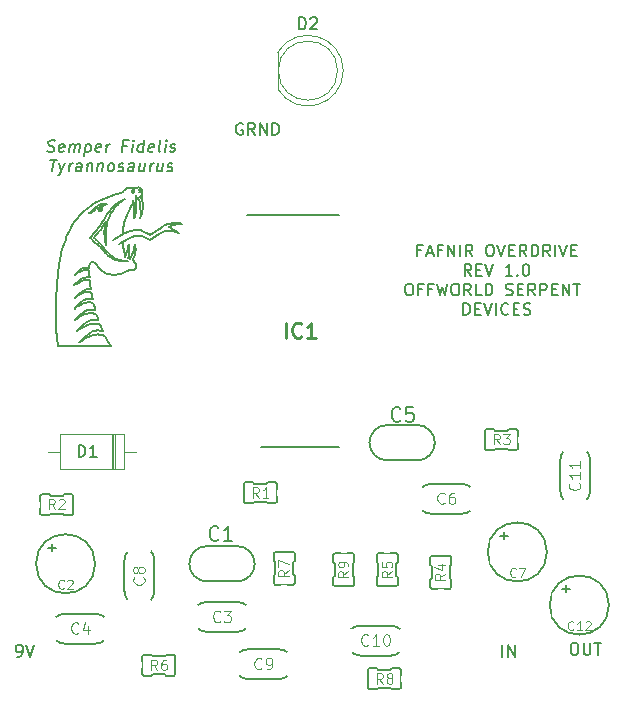
<source format=gto>
%TF.GenerationSoftware,KiCad,Pcbnew,(5.1.6)-1*%
%TF.CreationDate,2021-04-19T00:14:33-04:00*%
%TF.ProjectId,fafnir-v2,6661666e-6972-42d7-9632-2e6b69636164,rev?*%
%TF.SameCoordinates,Original*%
%TF.FileFunction,Legend,Top*%
%TF.FilePolarity,Positive*%
%FSLAX46Y46*%
G04 Gerber Fmt 4.6, Leading zero omitted, Abs format (unit mm)*
G04 Created by KiCad (PCBNEW (5.1.6)-1) date 2021-04-19 00:14:33*
%MOMM*%
%LPD*%
G01*
G04 APERTURE LIST*
%ADD10C,0.150000*%
%ADD11C,0.003600*%
%ADD12C,0.170000*%
%ADD13C,0.200000*%
%ADD14C,0.120000*%
%ADD15C,0.127000*%
%ADD16C,0.152400*%
%ADD17C,0.073152*%
%ADD18C,0.254000*%
%ADD19C,0.097536*%
%ADD20C,0.081280*%
%ADD21C,2.743200*%
%ADD22R,2.743200X2.743200*%
%ADD23C,2.000000*%
%ADD24C,1.800000*%
%ADD25R,1.800000X1.800000*%
%ADD26C,2.750000*%
%ADD27C,2.203200*%
%ADD28R,1.130000X1.130000*%
%ADD29C,1.130000*%
%ADD30R,2.200000X2.200000*%
%ADD31O,2.200000X2.200000*%
%ADD32R,2.133600X2.133600*%
%ADD33C,2.133600*%
G04 APERTURE END LIST*
D10*
X33980823Y-60507396D02*
X34024109Y-60526146D01*
X30933453Y-61663942D02*
X30811097Y-62005359D01*
X30933453Y-61663942D02*
X30644415Y-61782702D01*
X31001826Y-61580114D02*
X31239684Y-61520024D01*
D11*
X30768341Y-61844935D02*
X30766048Y-61848461D01*
X30766048Y-61848461D02*
X30763559Y-61851869D01*
X30763559Y-61851869D02*
X30760879Y-61855142D01*
X30760879Y-61855142D02*
X30758013Y-61858263D01*
X30758013Y-61858263D02*
X30754967Y-61861216D01*
X30754967Y-61861216D02*
X30751747Y-61863985D01*
X30751747Y-61863985D02*
X30748358Y-61866553D01*
X30748358Y-61866553D02*
X30744806Y-61868904D01*
X30782633Y-61809880D02*
X30781183Y-61814432D01*
X30781183Y-61814432D02*
X30779701Y-61818968D01*
X30779701Y-61818968D02*
X30778155Y-61823472D01*
X30778155Y-61823472D02*
X30776513Y-61827927D01*
X30776513Y-61827927D02*
X30774742Y-61832317D01*
X30774742Y-61832317D02*
X30772812Y-61836626D01*
X30772812Y-61836626D02*
X30770688Y-61840837D01*
X30770688Y-61840837D02*
X30768341Y-61844935D01*
X30784242Y-61821333D02*
X30783787Y-61817747D01*
X30783787Y-61817747D02*
X30783278Y-61814169D01*
X30783278Y-61814169D02*
X30782741Y-61810594D01*
X30782741Y-61810594D02*
X30782633Y-61809880D01*
X30609719Y-61980981D02*
X30612930Y-61983361D01*
X30612930Y-61983361D02*
X30616234Y-61985631D01*
X30616234Y-61985631D02*
X30619624Y-61987784D01*
X30619624Y-61987784D02*
X30623093Y-61989815D01*
X30623093Y-61989815D02*
X30626636Y-61991718D01*
X30626636Y-61991718D02*
X30630247Y-61993486D01*
X30630247Y-61993486D02*
X30633918Y-61995114D01*
X30633918Y-61995114D02*
X30637646Y-61996596D01*
X30637646Y-61996596D02*
X30641422Y-61997926D01*
X30641422Y-61997926D02*
X30645241Y-61999097D01*
X30645241Y-61999097D02*
X30649097Y-62000105D01*
X30649097Y-62000105D02*
X30652983Y-62000943D01*
X30652983Y-62000943D02*
X30656894Y-62001604D01*
X30656894Y-62001604D02*
X30660824Y-62002084D01*
X30660824Y-62002084D02*
X30664766Y-62002376D01*
X30664766Y-62002376D02*
X30668714Y-62002475D01*
X30727685Y-61980981D02*
X30731167Y-61978189D01*
X30731167Y-61978189D02*
X30734528Y-61975272D01*
X30734528Y-61975272D02*
X30737768Y-61972236D01*
X30737768Y-61972236D02*
X30740890Y-61969086D01*
X30740890Y-61969086D02*
X30743894Y-61965827D01*
X30743894Y-61965827D02*
X30746783Y-61962466D01*
X30746783Y-61962466D02*
X30749557Y-61959009D01*
X30749557Y-61959009D02*
X30752218Y-61955460D01*
X30752218Y-61955460D02*
X30754767Y-61951827D01*
X30754767Y-61951827D02*
X30757207Y-61948114D01*
X30757207Y-61948114D02*
X30759537Y-61944328D01*
X30759537Y-61944328D02*
X30761761Y-61940475D01*
X30761761Y-61940475D02*
X30763879Y-61936559D01*
X30763879Y-61936559D02*
X30765893Y-61932588D01*
X30765893Y-61932588D02*
X30767804Y-61928566D01*
X30767804Y-61928566D02*
X30769615Y-61924500D01*
X30785575Y-61845038D02*
X30785539Y-61841292D01*
X30785539Y-61841292D02*
X30785439Y-61837550D01*
X30785439Y-61837550D02*
X30785276Y-61833810D01*
X30785276Y-61833810D02*
X30785236Y-61833063D01*
D12*
X30668714Y-62002475D02*
X30727685Y-61980981D01*
X30567789Y-61924500D02*
X30609719Y-61980981D01*
D11*
X30551832Y-61845038D02*
X30551892Y-61850113D01*
X30551892Y-61850113D02*
X30552074Y-61855190D01*
X30552074Y-61855190D02*
X30552378Y-61860266D01*
X30552378Y-61860266D02*
X30552805Y-61865336D01*
X30552805Y-61865336D02*
X30553355Y-61870399D01*
X30553355Y-61870399D02*
X30554030Y-61875449D01*
X30554030Y-61875449D02*
X30554831Y-61880483D01*
X30554831Y-61880483D02*
X30555757Y-61885498D01*
X30555757Y-61885498D02*
X30556809Y-61890491D01*
X30556809Y-61890491D02*
X30557990Y-61895457D01*
X30557990Y-61895457D02*
X30559298Y-61900393D01*
X30559298Y-61900393D02*
X30560735Y-61905295D01*
X30560735Y-61905295D02*
X30562302Y-61910161D01*
X30562302Y-61910161D02*
X30563999Y-61914986D01*
X30563999Y-61914986D02*
X30565828Y-61919767D01*
X30565828Y-61919767D02*
X30567789Y-61924500D01*
D12*
X30567789Y-61765575D02*
X30551832Y-61845038D01*
D11*
X30609719Y-61709095D02*
X30606236Y-61711623D01*
X30606236Y-61711623D02*
X30602874Y-61714336D01*
X30602874Y-61714336D02*
X30599633Y-61717222D01*
X30599633Y-61717222D02*
X30596511Y-61720270D01*
X30596511Y-61720270D02*
X30593507Y-61723470D01*
X30593507Y-61723470D02*
X30590618Y-61726811D01*
X30590618Y-61726811D02*
X30587844Y-61730281D01*
X30587844Y-61730281D02*
X30585183Y-61733871D01*
X30585183Y-61733871D02*
X30582633Y-61737569D01*
X30582633Y-61737569D02*
X30580194Y-61741364D01*
X30580194Y-61741364D02*
X30577863Y-61745246D01*
X30577863Y-61745246D02*
X30575639Y-61749204D01*
X30575639Y-61749204D02*
X30573522Y-61753226D01*
X30573522Y-61753226D02*
X30571508Y-61757303D01*
X30571508Y-61757303D02*
X30569598Y-61761422D01*
X30569598Y-61761422D02*
X30567789Y-61765575D01*
X30668714Y-61687601D02*
X30664766Y-61688531D01*
X30664766Y-61688531D02*
X30660824Y-61689472D01*
X30660824Y-61689472D02*
X30656894Y-61690432D01*
X30656894Y-61690432D02*
X30652983Y-61691421D01*
X30652983Y-61691421D02*
X30649097Y-61692449D01*
X30649097Y-61692449D02*
X30645241Y-61693525D01*
X30645241Y-61693525D02*
X30641422Y-61694660D01*
X30641422Y-61694660D02*
X30637646Y-61695863D01*
X30637646Y-61695863D02*
X30633918Y-61697143D01*
X30633918Y-61697143D02*
X30630247Y-61698511D01*
X30630247Y-61698511D02*
X30626636Y-61699975D01*
X30626636Y-61699975D02*
X30623093Y-61701547D01*
X30623093Y-61701547D02*
X30619624Y-61703235D01*
X30619624Y-61703235D02*
X30616234Y-61705049D01*
X30616234Y-61705049D02*
X30612930Y-61706999D01*
X30612930Y-61706999D02*
X30609719Y-61709095D01*
D12*
X30654052Y-61830692D02*
X30644415Y-61782702D01*
D11*
X30769615Y-61924500D02*
X30771576Y-61919766D01*
X30771576Y-61919766D02*
X30773406Y-61914984D01*
X30773406Y-61914984D02*
X30775104Y-61910158D01*
X30775104Y-61910158D02*
X30776673Y-61905292D01*
X30776673Y-61905292D02*
X30778111Y-61900388D01*
X30778111Y-61900388D02*
X30779421Y-61895451D01*
X30779421Y-61895451D02*
X30780602Y-61890484D01*
X30780602Y-61890484D02*
X30781656Y-61885491D01*
X30781656Y-61885491D02*
X30782583Y-61880476D01*
X30782583Y-61880476D02*
X30783383Y-61875441D01*
X30783383Y-61875441D02*
X30784058Y-61870391D01*
X30784058Y-61870391D02*
X30784609Y-61865329D01*
X30784609Y-61865329D02*
X30785035Y-61860260D01*
X30785035Y-61860260D02*
X30785337Y-61855185D01*
X30785337Y-61855185D02*
X30785517Y-61850110D01*
X30785517Y-61850110D02*
X30785575Y-61845038D01*
X30679376Y-61864802D02*
X30676248Y-61862247D01*
X30676248Y-61862247D02*
X30673284Y-61859525D01*
X30673284Y-61859525D02*
X30670483Y-61856647D01*
X30670483Y-61856647D02*
X30667840Y-61853625D01*
X30667840Y-61853625D02*
X30665353Y-61850472D01*
X30665353Y-61850472D02*
X30663018Y-61847199D01*
X30663018Y-61847199D02*
X30660833Y-61843818D01*
X30660833Y-61843818D02*
X30658794Y-61840341D01*
X30658794Y-61840341D02*
X30656899Y-61836780D01*
X30656899Y-61836780D02*
X30655145Y-61833147D01*
X30655145Y-61833147D02*
X30654052Y-61830692D01*
D12*
X30744806Y-61868904D02*
X30715006Y-61877783D01*
D11*
X30785236Y-61833063D02*
X30785000Y-61829391D01*
X30785000Y-61829391D02*
X30784699Y-61825723D01*
X30784699Y-61825723D02*
X30784326Y-61822063D01*
X30784326Y-61822063D02*
X30784242Y-61821333D01*
X30715006Y-61877783D02*
X30710243Y-61877535D01*
X30710243Y-61877535D02*
X30705509Y-61876840D01*
X30705509Y-61876840D02*
X30701995Y-61876041D01*
X30701995Y-61876041D02*
X30698527Y-61875016D01*
X30698527Y-61875016D02*
X30695116Y-61873779D01*
X30695116Y-61873779D02*
X30691776Y-61872340D01*
X30691776Y-61872340D02*
X30688520Y-61870711D01*
X30688520Y-61870711D02*
X30685359Y-61868904D01*
X30685359Y-61868904D02*
X30682307Y-61866930D01*
X30682307Y-61866930D02*
X30679376Y-61864802D01*
D13*
X30903960Y-72280157D02*
X30686274Y-72254487D01*
X30686274Y-72254487D02*
X30471055Y-72244105D01*
X30471055Y-72244105D02*
X30279617Y-72260797D01*
X26959353Y-72057900D02*
X26944565Y-71819111D01*
X26944565Y-71819111D02*
X26932296Y-71580157D01*
X26932296Y-71580157D02*
X26922600Y-71341077D01*
X26922600Y-71341077D02*
X26915527Y-71101909D01*
X26915527Y-71101909D02*
X26911132Y-70862692D01*
X26911132Y-70862692D02*
X26909467Y-70623465D01*
X26909467Y-70623465D02*
X26909577Y-70527781D01*
X31410914Y-73296658D02*
X31513500Y-73477910D01*
X31513500Y-73477910D02*
X31567851Y-73572506D01*
X31567851Y-73572506D02*
X27094477Y-73572506D01*
X26909577Y-70527781D02*
X26912274Y-70280506D01*
X26912274Y-70280506D02*
X26918197Y-70060796D01*
X26918197Y-70060796D02*
X26928869Y-69803534D01*
X26928869Y-69803534D02*
X26940771Y-69575896D01*
X26940771Y-69575896D02*
X26956620Y-69310693D01*
X26956620Y-69310693D02*
X26969649Y-69109541D01*
X26969649Y-69109541D02*
X26984838Y-68886475D01*
X26984838Y-68886475D02*
X27002348Y-68639405D01*
X27002348Y-68639405D02*
X27022341Y-68366244D01*
X27022341Y-68366244D02*
X27044980Y-68064905D01*
X27044980Y-68064905D02*
X27070427Y-67733299D01*
X27070427Y-67733299D02*
X27084254Y-67555494D01*
X31117679Y-72735324D02*
X31211140Y-72920791D01*
X31211140Y-72920791D02*
X31260858Y-73017550D01*
X27266408Y-66335193D02*
X27305455Y-66123593D01*
X27305455Y-66123593D02*
X27346058Y-65912282D01*
X27346058Y-65912282D02*
X27383635Y-65720306D01*
X27094477Y-73572506D02*
X27070831Y-73336058D01*
X27070831Y-73336058D02*
X27047566Y-73099578D01*
X27047566Y-73099578D02*
X27025061Y-72863036D01*
X27025061Y-72863036D02*
X27003697Y-72626400D01*
X27003697Y-72626400D02*
X26983854Y-72389638D01*
X26983854Y-72389638D02*
X26965912Y-72152718D01*
X26965912Y-72152718D02*
X26959353Y-72057900D01*
X29540786Y-72648372D02*
X29375827Y-72793906D01*
X29375827Y-72793906D02*
X29220600Y-72946159D01*
X29220600Y-72946159D02*
X29071859Y-73102892D01*
X29071859Y-73102892D02*
X28926363Y-73261865D01*
X27084254Y-67555494D02*
X27111652Y-67346148D01*
X27111652Y-67346148D02*
X27139835Y-67136912D01*
X27139835Y-67136912D02*
X27166796Y-66946886D01*
X31260858Y-73017550D02*
X31358430Y-73201201D01*
X31358430Y-73201201D02*
X31410914Y-73296658D01*
X30279617Y-72260797D02*
X30081498Y-72315801D01*
X30081498Y-72315801D02*
X29891452Y-72404348D01*
X29891452Y-72404348D02*
X29710780Y-72518012D01*
X29710780Y-72518012D02*
X29540786Y-72648372D01*
X27166796Y-66946886D02*
X27198820Y-66736260D01*
X27198820Y-66736260D02*
X27233167Y-66525997D01*
X27233167Y-66525997D02*
X27266408Y-66335193D01*
X30443374Y-72585874D02*
X30655215Y-72606953D01*
X30655215Y-72606953D02*
X30865811Y-72656504D01*
X30865811Y-72656504D02*
X31075727Y-72721583D01*
X31075727Y-72721583D02*
X31117679Y-72735324D01*
X28926363Y-73261865D02*
X29110400Y-73133703D01*
X29110400Y-73133703D02*
X29297232Y-73009124D01*
X29297232Y-73009124D02*
X29489653Y-72891713D01*
X29489653Y-72891713D02*
X29690457Y-72785052D01*
X30825605Y-72101101D02*
X30903960Y-72280157D01*
X29690457Y-72785052D02*
X29895489Y-72695827D01*
X29895489Y-72695827D02*
X30107600Y-72628348D01*
X30107600Y-72628348D02*
X30323289Y-72590794D01*
X30323289Y-72590794D02*
X30443374Y-72585874D01*
D12*
X30774526Y-61689357D02*
X30933453Y-61663942D01*
D11*
X30465028Y-61824718D02*
X30464490Y-61828487D01*
X30464490Y-61828487D02*
X30463965Y-61832258D01*
X30463965Y-61832258D02*
X30463463Y-61836032D01*
X30463463Y-61836032D02*
X30462998Y-61839810D01*
X30462998Y-61839810D02*
X30462754Y-61841972D01*
D12*
X29998354Y-62206860D02*
X30133201Y-62103202D01*
X30133201Y-62103202D02*
X30233457Y-62015485D01*
X31001826Y-61580114D02*
X30828903Y-61572765D01*
X30828903Y-61572765D02*
X30780037Y-61571948D01*
X30807640Y-61742128D02*
X30774526Y-61689357D01*
X30811097Y-62005359D02*
X30836756Y-61877571D01*
X30001974Y-62124615D02*
X29860919Y-62242113D01*
X29860919Y-62242113D02*
X29739902Y-62336781D01*
X30233457Y-62015485D02*
X30370236Y-61901079D01*
X30370236Y-61901079D02*
X30465028Y-61824718D01*
X30829112Y-61805849D02*
X30807640Y-61742128D01*
D11*
X30836756Y-61877571D02*
X30836721Y-61873053D01*
X30836721Y-61873053D02*
X30836626Y-61868538D01*
X30836626Y-61868538D02*
X30836472Y-61864026D01*
X30836472Y-61864026D02*
X30836258Y-61859518D01*
X30836258Y-61859518D02*
X30835985Y-61855014D01*
X30835985Y-61855014D02*
X30835652Y-61850514D01*
X30835652Y-61850514D02*
X30835261Y-61846019D01*
X30835261Y-61846019D02*
X30834811Y-61841529D01*
X30834811Y-61841529D02*
X30834302Y-61837045D01*
X30834302Y-61837045D02*
X30833735Y-61832567D01*
X30833735Y-61832567D02*
X30833109Y-61828095D01*
X30833109Y-61828095D02*
X30832425Y-61823630D01*
X30832425Y-61823630D02*
X30831683Y-61819173D01*
X30831683Y-61819173D02*
X30830884Y-61814723D01*
X30830884Y-61814723D02*
X30830026Y-61810281D01*
X30830026Y-61810281D02*
X30829112Y-61805849D01*
X30743670Y-62096195D02*
X30749270Y-62091705D01*
X30749270Y-62091705D02*
X30754675Y-62087013D01*
X30754675Y-62087013D02*
X30759886Y-62082128D01*
X30759886Y-62082128D02*
X30764905Y-62077061D01*
X30764905Y-62077061D02*
X30769736Y-62071819D01*
X30769736Y-62071819D02*
X30774381Y-62066413D01*
X30774381Y-62066413D02*
X30778842Y-62060852D01*
X30778842Y-62060852D02*
X30783121Y-62055145D01*
X30783121Y-62055145D02*
X30787220Y-62049301D01*
X30787220Y-62049301D02*
X30791143Y-62043330D01*
X30791143Y-62043330D02*
X30794891Y-62037242D01*
X30794891Y-62037242D02*
X30798467Y-62031045D01*
X30798467Y-62031045D02*
X30801873Y-62024749D01*
X30801873Y-62024749D02*
X30805112Y-62018363D01*
X30805112Y-62018363D02*
X30808185Y-62011896D01*
X30808185Y-62011896D02*
X30811097Y-62005359D01*
D12*
X29739902Y-62336781D02*
X29896752Y-62264892D01*
X29896752Y-62264892D02*
X29998354Y-62206860D01*
X30553968Y-62096195D02*
X30648796Y-62130766D01*
D11*
X30461368Y-61859597D02*
X30461188Y-61863525D01*
X30461188Y-61863525D02*
X30461051Y-61867456D01*
X30461051Y-61867456D02*
X30460957Y-61871388D01*
X30460957Y-61871388D02*
X30460908Y-61875322D01*
X30460908Y-61875322D02*
X30460900Y-61877571D01*
X30668783Y-61710809D02*
X30671619Y-61707983D01*
X30671619Y-61707983D02*
X30674622Y-61705326D01*
X30674622Y-61705326D02*
X30677769Y-61702812D01*
X30677769Y-61702812D02*
X30681034Y-61700418D01*
X30681034Y-61700418D02*
X30684395Y-61698119D01*
X30684395Y-61698119D02*
X30687828Y-61695892D01*
X30687828Y-61695892D02*
X30691308Y-61693713D01*
X30691308Y-61693713D02*
X30694813Y-61691559D01*
X30462754Y-61841972D02*
X30462361Y-61845819D01*
X30462361Y-61845819D02*
X30462021Y-61849672D01*
X30462021Y-61849672D02*
X30461731Y-61853529D01*
X30461731Y-61853529D02*
X30461487Y-61857390D01*
X30461487Y-61857390D02*
X30461368Y-61859597D01*
D12*
X30694813Y-61691559D02*
X30686315Y-61689394D01*
D11*
X30650999Y-61742525D02*
X30652548Y-61738170D01*
X30652548Y-61738170D02*
X30654271Y-61733875D01*
X30654271Y-61733875D02*
X30656176Y-61729665D01*
X30656176Y-61729665D02*
X30658274Y-61725567D01*
X30658274Y-61725567D02*
X30660574Y-61721606D01*
X30660574Y-61721606D02*
X30663085Y-61717809D01*
X30663085Y-61717809D02*
X30665818Y-61714201D01*
X30665818Y-61714201D02*
X30668783Y-61710809D01*
D12*
X30648796Y-62130766D02*
X30794063Y-62025177D01*
X30794063Y-62025177D02*
X30811097Y-62005359D01*
X30486557Y-62005359D02*
X30553968Y-62096195D01*
X30780037Y-61571948D02*
X30605824Y-61604691D01*
X30605824Y-61604691D02*
X30542180Y-61632038D01*
X30460900Y-61877571D02*
X30486557Y-62005359D01*
X30280108Y-61844190D02*
X30159853Y-61969406D01*
X30159853Y-61969406D02*
X30038026Y-62091206D01*
X30038026Y-62091206D02*
X30001974Y-62124615D01*
X30542180Y-61632038D02*
X30395156Y-61733504D01*
X30395156Y-61733504D02*
X30280108Y-61844190D01*
D11*
X31239684Y-61520024D02*
X31232309Y-61522612D01*
X31232309Y-61522612D02*
X31224935Y-61525197D01*
X31224935Y-61525197D02*
X31217560Y-61527773D01*
X31217560Y-61527773D02*
X31210184Y-61530336D01*
X31210184Y-61530336D02*
X31202806Y-61532883D01*
X31202806Y-61532883D02*
X31195427Y-61535409D01*
X31195427Y-61535409D02*
X31188046Y-61537910D01*
X31188046Y-61537910D02*
X31180662Y-61540382D01*
X31180662Y-61540382D02*
X31173276Y-61542821D01*
X31173276Y-61542821D02*
X31165886Y-61545222D01*
X31165886Y-61545222D02*
X31158493Y-61547581D01*
X31158493Y-61547581D02*
X31151096Y-61549894D01*
X31151096Y-61549894D02*
X31143695Y-61552158D01*
X31143695Y-61552158D02*
X31136290Y-61554367D01*
X31136290Y-61554367D02*
X31128879Y-61556518D01*
X31128879Y-61556518D02*
X31121464Y-61558606D01*
X31121464Y-61558606D02*
X31114043Y-61560628D01*
X31114043Y-61560628D02*
X31106616Y-61562579D01*
X31106616Y-61562579D02*
X31099182Y-61564454D01*
X31099182Y-61564454D02*
X31091743Y-61566251D01*
X31091743Y-61566251D02*
X31084296Y-61567964D01*
X31084296Y-61567964D02*
X31076842Y-61569590D01*
X31076842Y-61569590D02*
X31069380Y-61571123D01*
X31069380Y-61571123D02*
X31061911Y-61572561D01*
X31061911Y-61572561D02*
X31054433Y-61573899D01*
X31054433Y-61573899D02*
X31046946Y-61575133D01*
X31046946Y-61575133D02*
X31039451Y-61576258D01*
X31039451Y-61576258D02*
X31031946Y-61577271D01*
X31031946Y-61577271D02*
X31024431Y-61578167D01*
X31024431Y-61578167D02*
X31016906Y-61578943D01*
X31016906Y-61578943D02*
X31009371Y-61579593D01*
X31009371Y-61579593D02*
X31001826Y-61580114D01*
X30677606Y-61688058D02*
X30673998Y-61687801D01*
X30673998Y-61687801D02*
X30670383Y-61687653D01*
X30670383Y-61687653D02*
X30668714Y-61687601D01*
X30686315Y-61689394D02*
X30682524Y-61688682D01*
X30682524Y-61688682D02*
X30678702Y-61688167D01*
X30678702Y-61688167D02*
X30677606Y-61688058D01*
X30644415Y-61782702D02*
X30644476Y-61778879D01*
X30644476Y-61778879D02*
X30644653Y-61775064D01*
X30644653Y-61775064D02*
X30644944Y-61771256D01*
X30644944Y-61771256D02*
X30645351Y-61767458D01*
X30645351Y-61767458D02*
X30645872Y-61763672D01*
X30645872Y-61763672D02*
X30646508Y-61759899D01*
X30646508Y-61759899D02*
X30647259Y-61756142D01*
X30647259Y-61756142D02*
X30648125Y-61752402D01*
X30648125Y-61752402D02*
X30649107Y-61748680D01*
X30649107Y-61748680D02*
X30650203Y-61744979D01*
X30650203Y-61744979D02*
X30650999Y-61742525D01*
D13*
X28381511Y-63231917D02*
X28501158Y-63051027D01*
X28501158Y-63051027D02*
X28628782Y-62874830D01*
X28628782Y-62874830D02*
X28764005Y-62703706D01*
X28764005Y-62703706D02*
X28906447Y-62538033D01*
X28906447Y-62538033D02*
X29055730Y-62378190D01*
X29055730Y-62378190D02*
X29211474Y-62224557D01*
X29211474Y-62224557D02*
X29373301Y-62077511D01*
X29373301Y-62077511D02*
X29540832Y-61937432D01*
X29540832Y-61937432D02*
X29713689Y-61804699D01*
X29713689Y-61804699D02*
X29891491Y-61679691D01*
X29891491Y-61679691D02*
X30012587Y-61600831D01*
X27455919Y-65387821D02*
X27527459Y-65177839D01*
X27527459Y-65177839D02*
X27599811Y-64968276D01*
X27599811Y-64968276D02*
X27673783Y-64759550D01*
X27673783Y-64759550D02*
X27750186Y-64552080D01*
X27750186Y-64552080D02*
X27829832Y-64346283D01*
X27829832Y-64346283D02*
X27913529Y-64142578D01*
X27913529Y-64142578D02*
X28002090Y-63941384D01*
X28002090Y-63941384D02*
X28096323Y-63743120D01*
X28096323Y-63743120D02*
X28197040Y-63548203D01*
X28197040Y-63548203D02*
X28305051Y-63357052D01*
X28305051Y-63357052D02*
X28381511Y-63231917D01*
D12*
X31050609Y-63697232D02*
X31043917Y-63882972D01*
X31043917Y-63882972D02*
X31048377Y-64069185D01*
X31048377Y-64069185D02*
X31062459Y-64255153D01*
X31062459Y-64255153D02*
X31073878Y-64358098D01*
D11*
X34024109Y-60526146D02*
X34028263Y-60525888D01*
X34028263Y-60525888D02*
X34032402Y-60525250D01*
X34032402Y-60525250D02*
X34036506Y-60524258D01*
X34036506Y-60524258D02*
X34040557Y-60522933D01*
X34040557Y-60522933D02*
X34044533Y-60521301D01*
X34044533Y-60521301D02*
X34048417Y-60519385D01*
X34048417Y-60519385D02*
X34052187Y-60517210D01*
X34052187Y-60517210D02*
X34055824Y-60514798D01*
X34055824Y-60514798D02*
X34059310Y-60512175D01*
X34059310Y-60512175D02*
X34062623Y-60509363D01*
X34062623Y-60509363D02*
X34064727Y-60507396D01*
X33520975Y-60515955D02*
X33522649Y-60511797D01*
X33522649Y-60511797D02*
X33524237Y-60507606D01*
X33524237Y-60507606D02*
X33525736Y-60503382D01*
X33525736Y-60503382D02*
X33527149Y-60499128D01*
X33527149Y-60499128D02*
X33528474Y-60494846D01*
X33528474Y-60494846D02*
X33529711Y-60490540D01*
X33529711Y-60490540D02*
X33530861Y-60486211D01*
X33530861Y-60486211D02*
X33531924Y-60481862D01*
X33531924Y-60481862D02*
X33532899Y-60477496D01*
X33532899Y-60477496D02*
X33533787Y-60473114D01*
X33533787Y-60473114D02*
X33534587Y-60468720D01*
X33534587Y-60468720D02*
X33535300Y-60464315D01*
X33535300Y-60464315D02*
X33535925Y-60459903D01*
X33535925Y-60459903D02*
X33536463Y-60455485D01*
X33536463Y-60455485D02*
X33536914Y-60451065D01*
X33536914Y-60451065D02*
X33537277Y-60446644D01*
X34047784Y-60270239D02*
X34044255Y-60267760D01*
X34044255Y-60267760D02*
X34040569Y-60265494D01*
X34040569Y-60265494D02*
X34036744Y-60263419D01*
X34036744Y-60263419D02*
X34032794Y-60261512D01*
X34032794Y-60261512D02*
X34028737Y-60259752D01*
X34028737Y-60259752D02*
X34024587Y-60258117D01*
X34024587Y-60258117D02*
X34020363Y-60256584D01*
X34020363Y-60256584D02*
X34016079Y-60255132D01*
X34016079Y-60255132D02*
X34011751Y-60253739D01*
X34011751Y-60253739D02*
X34007397Y-60252382D01*
X34007397Y-60252382D02*
X34004488Y-60251488D01*
X33980823Y-60507396D02*
X33984345Y-60510335D01*
X33984345Y-60510335D02*
X33988024Y-60513117D01*
X33988024Y-60513117D02*
X33991843Y-60515711D01*
X33991843Y-60515711D02*
X33995786Y-60518088D01*
X33995786Y-60518088D02*
X33999838Y-60520217D01*
X33999838Y-60520217D02*
X34003984Y-60522067D01*
X34003984Y-60522067D02*
X34008208Y-60523610D01*
X34008208Y-60523610D02*
X34012494Y-60524815D01*
X34012494Y-60524815D02*
X34016826Y-60525651D01*
X34016826Y-60525651D02*
X34021190Y-60526090D01*
X34021190Y-60526090D02*
X34024109Y-60526146D01*
D12*
X33387320Y-60377334D02*
X33377412Y-60515955D01*
X32048425Y-61718733D02*
X32167711Y-61584303D01*
X32167711Y-61584303D02*
X32300219Y-61454336D01*
X32300219Y-61454336D02*
X32452856Y-61330170D01*
X32452856Y-61330170D02*
X32604946Y-61229377D01*
X32604946Y-61229377D02*
X32750000Y-61150000D01*
X30506273Y-63989758D02*
X30614701Y-63847760D01*
X30614701Y-63847760D02*
X30717553Y-63701398D01*
X30717553Y-63701398D02*
X30816575Y-63552245D01*
X30816575Y-63552245D02*
X30836073Y-63522218D01*
D11*
X33963866Y-60270239D02*
X33960172Y-60273705D01*
X33960172Y-60273705D02*
X33956780Y-60277516D01*
X33956780Y-60277516D02*
X33953672Y-60281635D01*
X33953672Y-60281635D02*
X33950833Y-60286026D01*
X33950833Y-60286026D02*
X33948247Y-60290651D01*
X33948247Y-60290651D02*
X33945897Y-60295473D01*
X33945897Y-60295473D02*
X33944453Y-60298780D01*
X33944453Y-60298780D02*
X33943103Y-60302147D01*
X33943103Y-60302147D02*
X33941840Y-60305563D01*
X33941840Y-60305563D02*
X33940661Y-60309018D01*
X33940661Y-60309018D02*
X33939560Y-60312501D01*
X33939560Y-60312501D02*
X33938533Y-60316001D01*
X33938533Y-60316001D02*
X33937576Y-60319507D01*
D12*
X31519760Y-62435798D02*
X31629776Y-62276157D01*
X31629776Y-62276157D02*
X31741489Y-62117355D01*
X31741489Y-62117355D02*
X31856598Y-61960231D01*
X31856598Y-61960231D02*
X31976799Y-61805625D01*
X31976799Y-61805625D02*
X32048425Y-61718733D01*
X30155508Y-64383169D02*
X30279296Y-64250540D01*
X30279296Y-64250540D02*
X30400501Y-64115816D01*
X30400501Y-64115816D02*
X30506273Y-63989758D01*
X31156541Y-63013901D02*
X31123210Y-63184090D01*
X31123210Y-63184090D02*
X31092619Y-63354537D01*
X31092619Y-63354537D02*
X31067506Y-63525498D01*
X31067506Y-63525498D02*
X31050609Y-63697232D01*
X31816310Y-66079306D02*
X31663998Y-65972977D01*
X31663998Y-65972977D02*
X31521798Y-65849221D01*
X31521798Y-65849221D02*
X31387277Y-65712263D01*
X31387277Y-65712263D02*
X31258002Y-65566327D01*
X31258002Y-65566327D02*
X31131537Y-65415638D01*
X31131537Y-65415638D02*
X31005451Y-65264424D01*
X31005451Y-65264424D02*
X30954578Y-65204737D01*
X34004488Y-60251488D02*
X33963866Y-60270239D01*
X32018706Y-61539119D02*
X31849519Y-61684830D01*
X31849519Y-61684830D02*
X31694625Y-61848838D01*
X31694625Y-61848838D02*
X31586151Y-61981741D01*
X31586151Y-61981741D02*
X31482965Y-62121480D01*
X31482965Y-62121480D02*
X31383886Y-62266575D01*
X31383886Y-62266575D02*
X31287736Y-62415547D01*
X31287736Y-62415547D02*
X31193334Y-62566913D01*
X31193334Y-62566913D02*
X31099502Y-62719193D01*
X31099502Y-62719193D02*
X31005060Y-62870906D01*
X31005060Y-62870906D02*
X30908829Y-63020573D01*
X30908829Y-63020573D02*
X30781899Y-63207112D01*
X30781899Y-63207112D02*
X30650728Y-63388611D01*
X30650728Y-63388611D02*
X30515922Y-63565789D01*
X30515922Y-63565789D02*
X30378086Y-63739368D01*
X30378086Y-63739368D02*
X30237827Y-63910067D01*
X30237827Y-63910067D02*
X30095749Y-64078605D01*
X30095749Y-64078605D02*
X29952460Y-64245703D01*
X29952460Y-64245703D02*
X29808566Y-64412082D01*
D11*
X33444334Y-60583973D02*
X33448711Y-60583817D01*
X33448711Y-60583817D02*
X33453067Y-60583243D01*
X33453067Y-60583243D02*
X33457387Y-60582281D01*
X33457387Y-60582281D02*
X33461655Y-60580960D01*
X33461655Y-60580960D02*
X33465855Y-60579312D01*
X33465855Y-60579312D02*
X33469972Y-60577365D01*
X33469972Y-60577365D02*
X33473991Y-60575150D01*
X33473991Y-60575150D02*
X33477895Y-60572697D01*
X33477895Y-60572697D02*
X33481670Y-60570037D01*
X33481670Y-60570037D02*
X33485299Y-60567199D01*
X33485299Y-60567199D02*
X33487631Y-60565223D01*
D12*
X30933453Y-61663942D02*
X31090098Y-61619975D01*
X30954578Y-65204737D02*
X30834102Y-65068576D01*
X30834102Y-65068576D02*
X30711400Y-64936376D01*
X30711400Y-64936376D02*
X30586883Y-64807405D01*
X30586883Y-64807405D02*
X30460965Y-64680927D01*
X30460965Y-64680927D02*
X30334056Y-64556211D01*
X30334056Y-64556211D02*
X30206571Y-64432521D01*
X30206571Y-64432521D02*
X30155508Y-64383169D01*
D11*
X33530883Y-60377334D02*
X33529924Y-60373828D01*
X33529924Y-60373828D02*
X33528896Y-60370328D01*
X33528896Y-60370328D02*
X33527795Y-60366845D01*
X33527795Y-60366845D02*
X33526615Y-60363390D01*
X33526615Y-60363390D02*
X33525352Y-60359974D01*
X33525352Y-60359974D02*
X33524001Y-60356607D01*
X33524001Y-60356607D02*
X33522557Y-60353300D01*
X33522557Y-60353300D02*
X33520206Y-60348478D01*
X33520206Y-60348478D02*
X33517618Y-60343853D01*
X33517618Y-60343853D02*
X33514779Y-60339462D01*
X33514779Y-60339462D02*
X33511670Y-60335343D01*
X33511670Y-60335343D02*
X33508277Y-60331532D01*
X33508277Y-60331532D02*
X33504583Y-60328066D01*
D12*
X31090098Y-61619975D02*
X31235205Y-61523550D01*
X31235205Y-61523550D02*
X31239684Y-61520024D01*
X33931188Y-60388817D02*
X34024109Y-60526146D01*
D11*
X33463956Y-60309315D02*
X33459593Y-60310659D01*
X33459593Y-60310659D02*
X33455248Y-60312026D01*
X33455248Y-60312026D02*
X33450934Y-60313436D01*
X33450934Y-60313436D02*
X33446669Y-60314913D01*
X33446669Y-60314913D02*
X33442469Y-60316478D01*
X33442469Y-60316478D02*
X33438349Y-60318152D01*
X33438349Y-60318152D02*
X33434327Y-60319958D01*
X33434327Y-60319958D02*
X33430417Y-60321919D01*
X33430417Y-60321919D02*
X33426637Y-60324055D01*
X33426637Y-60324055D02*
X33423003Y-60326389D01*
X33423003Y-60326389D02*
X33420669Y-60328066D01*
D12*
X30768276Y-65278619D02*
X30889386Y-65407413D01*
X30889386Y-65407413D02*
X31009649Y-65538010D01*
X31009649Y-65538010D02*
X31130444Y-65667530D01*
X31130444Y-65667530D02*
X31253147Y-65793093D01*
X31253147Y-65793093D02*
X31379138Y-65911819D01*
X31379138Y-65911819D02*
X31509794Y-66020826D01*
X31509794Y-66020826D02*
X31681774Y-66139032D01*
X31681774Y-66139032D02*
X31790614Y-66198167D01*
X29808566Y-64412082D02*
X29961719Y-64540744D01*
X29961719Y-64540744D02*
X30114393Y-64670417D01*
X30114393Y-64670417D02*
X30266105Y-64802113D01*
X30266105Y-64802113D02*
X30416377Y-64936842D01*
X30416377Y-64936842D02*
X30564727Y-65075615D01*
X30564727Y-65075615D02*
X30710676Y-65219445D01*
X30710676Y-65219445D02*
X30768276Y-65278619D01*
X31247054Y-63259704D02*
X31296879Y-63076616D01*
X31296879Y-63076616D02*
X31353947Y-62895635D01*
X31353947Y-62895635D02*
X31416229Y-62716169D01*
X31416229Y-62716169D02*
X31481698Y-62537631D01*
X31481698Y-62537631D02*
X31519760Y-62435798D01*
X31135172Y-64115783D02*
X31143474Y-63926827D01*
X31143474Y-63926827D02*
X31160796Y-63738273D01*
X31160796Y-63738273D02*
X31187180Y-63550755D01*
X31187180Y-63550755D02*
X31222669Y-63364908D01*
X31222669Y-63364908D02*
X31247054Y-63259704D01*
X31073878Y-64358098D02*
X31099531Y-64540715D01*
X31099531Y-64540715D02*
X31130293Y-64722371D01*
X31130293Y-64722371D02*
X31164166Y-64903441D01*
X31164166Y-64903441D02*
X31183592Y-65003922D01*
X31790614Y-66198167D02*
X31964608Y-66269043D01*
X31964608Y-66269043D02*
X32148200Y-66319895D01*
X32148200Y-66319895D02*
X32339613Y-66354430D01*
X32339613Y-66354430D02*
X32537068Y-66376358D01*
X32537068Y-66376358D02*
X32738789Y-66389385D01*
X32738789Y-66389385D02*
X32942999Y-66397221D01*
X32942999Y-66397221D02*
X33024982Y-66399733D01*
D11*
X33377412Y-60515955D02*
X33378874Y-60521066D01*
X33378874Y-60521066D02*
X33380496Y-60526130D01*
X33380496Y-60526130D02*
X33382296Y-60531129D01*
X33382296Y-60531129D02*
X33384288Y-60536043D01*
X33384288Y-60536043D02*
X33386490Y-60540852D01*
X33386490Y-60540852D02*
X33388917Y-60545539D01*
X33388917Y-60545539D02*
X33391587Y-60550083D01*
X33391587Y-60550083D02*
X33394516Y-60554467D01*
X33394516Y-60554467D02*
X33397720Y-60558670D01*
X33397720Y-60558670D02*
X33401216Y-60562673D01*
X33401216Y-60562673D02*
X33403717Y-60565223D01*
X33387320Y-60377334D02*
X33385646Y-60381591D01*
X33385646Y-60381591D02*
X33384059Y-60385857D01*
X33384059Y-60385857D02*
X33382559Y-60390133D01*
X33382559Y-60390133D02*
X33381147Y-60394418D01*
X33381147Y-60394418D02*
X33379821Y-60398712D01*
X33379821Y-60398712D02*
X33378583Y-60403016D01*
X33378583Y-60403016D02*
X33377433Y-60407330D01*
X33377433Y-60407330D02*
X33376369Y-60411655D01*
X33376369Y-60411655D02*
X33375393Y-60415990D01*
X33375393Y-60415990D02*
X33374505Y-60420335D01*
X33374505Y-60420335D02*
X33373704Y-60424691D01*
X33373704Y-60424691D02*
X33372990Y-60429059D01*
X33372990Y-60429059D02*
X33372364Y-60433437D01*
X33372364Y-60433437D02*
X33371826Y-60437828D01*
X33371826Y-60437828D02*
X33371375Y-60442230D01*
X33371375Y-60442230D02*
X33371013Y-60446644D01*
X33931188Y-60388817D02*
X33931550Y-60393237D01*
X33931550Y-60393237D02*
X33932000Y-60397658D01*
X33932000Y-60397658D02*
X33932537Y-60402076D01*
X33932537Y-60402076D02*
X33933162Y-60406488D01*
X33933162Y-60406488D02*
X33933874Y-60410892D01*
X33933874Y-60410892D02*
X33934673Y-60415287D01*
X33934673Y-60415287D02*
X33935560Y-60419668D01*
X33935560Y-60419668D02*
X33936535Y-60424035D01*
X33936535Y-60424035D02*
X33937597Y-60428384D01*
X33937597Y-60428384D02*
X33938746Y-60432713D01*
X33938746Y-60432713D02*
X33939983Y-60437019D01*
X33939983Y-60437019D02*
X33941307Y-60441300D01*
X33941307Y-60441300D02*
X33942719Y-60445554D01*
X33942719Y-60445554D02*
X33944218Y-60449779D01*
X33944218Y-60449779D02*
X33945805Y-60453970D01*
X33945805Y-60453970D02*
X33947480Y-60458128D01*
X34081128Y-60319507D02*
X34079662Y-60315958D01*
X34079662Y-60315958D02*
X34078131Y-60312425D01*
X34078131Y-60312425D02*
X34076533Y-60308918D01*
X34076533Y-60308918D02*
X34074862Y-60305447D01*
X34074862Y-60305447D02*
X34073114Y-60302022D01*
X34073114Y-60302022D02*
X34071287Y-60298653D01*
X34071287Y-60298653D02*
X34069377Y-60295350D01*
X34069377Y-60295350D02*
X34067379Y-60292123D01*
X34067379Y-60292123D02*
X34065289Y-60288981D01*
X34065289Y-60288981D02*
X34063104Y-60285936D01*
X34063104Y-60285936D02*
X34060821Y-60282997D01*
X34060821Y-60282997D02*
X34058434Y-60280174D01*
X34058434Y-60280174D02*
X34055941Y-60277476D01*
X34055941Y-60277476D02*
X34053337Y-60274914D01*
X34053337Y-60274914D02*
X34050619Y-60272498D01*
X34050619Y-60272498D02*
X34047784Y-60270239D01*
D12*
X33520975Y-60515955D02*
X33510312Y-60341119D01*
X33510312Y-60341119D02*
X33504583Y-60328066D01*
X33377412Y-60515955D02*
X33444334Y-60583973D01*
X30836073Y-63522218D02*
X30937406Y-63363985D01*
X30937406Y-63363985D02*
X31037420Y-63205068D01*
X31037420Y-63205068D02*
X31136715Y-63045776D01*
X31136715Y-63045776D02*
X31156541Y-63013901D01*
X33963866Y-60270239D02*
X33931188Y-60388817D01*
X33024982Y-66399733D02*
X32822586Y-66373037D01*
X32822586Y-66373037D02*
X32622223Y-66342833D01*
X32622223Y-66342833D02*
X32425926Y-66305610D01*
X32425926Y-66305610D02*
X32235729Y-66257859D01*
X32235729Y-66257859D02*
X32053665Y-66196072D01*
X32053665Y-66196072D02*
X31881767Y-66116738D01*
X31881767Y-66116738D02*
X31816310Y-66079306D01*
X32750000Y-61150000D02*
X32576931Y-61184241D01*
X32576931Y-61184241D02*
X32417611Y-61251042D01*
X32417611Y-61251042D02*
X32237723Y-61355424D01*
X32237723Y-61355424D02*
X32090457Y-61470202D01*
X32090457Y-61470202D02*
X32018706Y-61539119D01*
X33504583Y-60328066D02*
X33463956Y-60309315D01*
X33444334Y-60583973D02*
X33520975Y-60515955D01*
D13*
X27383635Y-65720306D02*
X27455919Y-65387821D01*
X33014636Y-60177853D02*
X33133947Y-60161128D01*
D12*
X31183592Y-65003922D02*
X31166089Y-64809820D01*
X31166089Y-64809820D02*
X31150671Y-64615665D01*
X31150671Y-64615665D02*
X31139420Y-64421402D01*
X31139420Y-64421402D02*
X31134420Y-64226976D01*
X31134420Y-64226976D02*
X31135172Y-64115783D01*
D13*
X32812829Y-60303219D02*
X32980408Y-60189879D01*
X32980408Y-60189879D02*
X33014636Y-60177853D01*
D11*
X32812829Y-60303219D02*
X32815577Y-60300617D01*
X32815577Y-60300617D02*
X32818329Y-60298017D01*
X32818329Y-60298017D02*
X32821083Y-60295421D01*
X32821083Y-60295421D02*
X32823842Y-60292830D01*
X32823842Y-60292830D02*
X32826606Y-60290244D01*
X32826606Y-60290244D02*
X32829376Y-60287665D01*
X32829376Y-60287665D02*
X32832151Y-60285093D01*
X32832151Y-60285093D02*
X32834933Y-60282529D01*
X32834933Y-60282529D02*
X32837723Y-60279975D01*
X32837723Y-60279975D02*
X32840521Y-60277432D01*
X32840521Y-60277432D02*
X32843327Y-60274900D01*
X32843327Y-60274900D02*
X32846143Y-60272380D01*
X32846143Y-60272380D02*
X32848969Y-60269874D01*
X32848969Y-60269874D02*
X32851806Y-60267383D01*
X32851806Y-60267383D02*
X32854655Y-60264907D01*
X32854655Y-60264907D02*
X32857515Y-60262447D01*
X32857515Y-60262447D02*
X32860388Y-60260005D01*
X32860388Y-60260005D02*
X32863275Y-60257581D01*
X32863275Y-60257581D02*
X32866176Y-60255177D01*
X32866176Y-60255177D02*
X32869091Y-60252794D01*
X32869091Y-60252794D02*
X32872022Y-60250432D01*
X32872022Y-60250432D02*
X32874969Y-60248092D01*
X32874969Y-60248092D02*
X32877933Y-60245776D01*
X32877933Y-60245776D02*
X32880914Y-60243485D01*
X32880914Y-60243485D02*
X32883913Y-60241219D01*
X32883913Y-60241219D02*
X32886931Y-60238979D01*
X32886931Y-60238979D02*
X32889968Y-60236767D01*
X32889968Y-60236767D02*
X32893026Y-60234584D01*
X32893026Y-60234584D02*
X32896104Y-60232430D01*
X32896104Y-60232430D02*
X32899204Y-60230306D01*
X32899204Y-60230306D02*
X32902325Y-60228214D01*
X32902325Y-60228214D02*
X32905470Y-60226155D01*
D13*
X32625017Y-60471246D02*
X32778466Y-60335932D01*
X32778466Y-60335932D02*
X32812829Y-60303219D01*
X32407911Y-60596596D02*
X32586894Y-60498788D01*
X32586894Y-60498788D02*
X32625017Y-60471246D01*
D12*
X33420669Y-60328066D02*
X33387320Y-60377334D01*
D13*
X32168496Y-60675244D02*
X32363994Y-60614043D01*
X32363994Y-60614043D02*
X32407911Y-60596596D01*
X30012587Y-61600831D02*
X30200994Y-61487507D01*
X30200994Y-61487507D02*
X30393447Y-61382017D01*
X30393447Y-61382017D02*
X30589526Y-61283552D01*
X30589526Y-61283552D02*
X30788814Y-61191300D01*
X30788814Y-61191300D02*
X30990892Y-61104451D01*
X30990892Y-61104451D02*
X31195341Y-61022195D01*
X31195341Y-61022195D02*
X31401743Y-60943720D01*
X31401743Y-60943720D02*
X31609679Y-60868218D01*
X31609679Y-60868218D02*
X31818732Y-60794877D01*
X31818732Y-60794877D02*
X32028481Y-60722887D01*
X32028481Y-60722887D02*
X32168496Y-60675244D01*
X34769597Y-64528583D02*
X34583868Y-64420178D01*
X34583868Y-64420178D02*
X34393311Y-64324243D01*
X34393311Y-64324243D02*
X34211826Y-64258343D01*
X37182583Y-63251399D02*
X36983859Y-63295889D01*
X36983859Y-63295889D02*
X36813447Y-63351202D01*
X36777415Y-63633762D02*
X36959693Y-63730850D01*
X36959693Y-63730850D02*
X37062856Y-63799332D01*
X37327286Y-64020923D02*
X36788384Y-63859253D01*
X33612118Y-64240653D02*
X33408989Y-64302566D01*
X33408989Y-64302566D02*
X33213660Y-64388788D01*
X33213660Y-64388788D02*
X33039417Y-64477551D01*
X34898735Y-64628066D02*
X34769597Y-64528583D01*
X36384746Y-63262406D02*
X36586248Y-63203587D01*
X36586248Y-63203587D02*
X36793836Y-63167533D01*
X36793836Y-63167533D02*
X36984695Y-63153993D01*
X36788384Y-63859253D02*
X36590397Y-63820798D01*
X36590397Y-63820798D02*
X36390754Y-63802202D01*
X32902522Y-65732870D02*
X32967091Y-65531024D01*
X32967091Y-65531024D02*
X33012609Y-65349292D01*
D11*
X32715780Y-65507560D02*
X32716834Y-65511346D01*
X32716834Y-65511346D02*
X32717894Y-65515132D01*
X32717894Y-65515132D02*
X32718961Y-65518915D01*
X32718961Y-65518915D02*
X32720034Y-65522697D01*
X32720034Y-65522697D02*
X32721115Y-65526477D01*
X32721115Y-65526477D02*
X32722203Y-65530254D01*
X32722203Y-65530254D02*
X32723300Y-65534029D01*
X32723300Y-65534029D02*
X32724406Y-65537801D01*
X32724406Y-65537801D02*
X32725520Y-65541571D01*
X32725520Y-65541571D02*
X32726644Y-65545337D01*
X32726644Y-65545337D02*
X32727779Y-65549101D01*
X32727779Y-65549101D02*
X32728924Y-65552861D01*
X32728924Y-65552861D02*
X32730081Y-65556618D01*
X32730081Y-65556618D02*
X32731249Y-65560371D01*
X32731249Y-65560371D02*
X32732429Y-65564121D01*
X32732429Y-65564121D02*
X32733623Y-65567867D01*
D13*
X32614191Y-65028847D02*
X32650763Y-65231419D01*
X32650763Y-65231419D02*
X32658499Y-65268761D01*
X34211826Y-64258343D02*
X34007851Y-64219506D01*
X34007851Y-64219506D02*
X33799066Y-64214910D01*
X33799066Y-64214910D02*
X33612118Y-64240653D01*
X36390754Y-63802202D02*
X36184520Y-63820693D01*
X36184520Y-63820693D02*
X36008636Y-63870167D01*
X36813447Y-63351202D02*
X36620676Y-63438252D01*
X36620676Y-63438252D02*
X36474420Y-63514957D01*
X36008636Y-63870167D02*
X35827646Y-63956461D01*
X35827646Y-63956461D02*
X35655060Y-64060822D01*
X32754599Y-66070042D02*
X32841693Y-65881865D01*
X32841693Y-65881865D02*
X32902522Y-65732870D01*
D11*
X32754416Y-65626782D02*
X32755825Y-65630400D01*
X32755825Y-65630400D02*
X32757249Y-65634013D01*
X32757249Y-65634013D02*
X32758684Y-65637621D01*
X32758684Y-65637621D02*
X32760132Y-65641225D01*
X32760132Y-65641225D02*
X32761589Y-65644824D01*
X32761589Y-65644824D02*
X32763057Y-65648419D01*
X32763057Y-65648419D02*
X32764533Y-65652011D01*
X32764533Y-65652011D02*
X32766018Y-65655600D01*
X32766018Y-65655600D02*
X32767509Y-65659186D01*
X32767509Y-65659186D02*
X32769006Y-65662769D01*
X32769006Y-65662769D02*
X32770509Y-65666350D01*
X32770509Y-65666350D02*
X32772017Y-65669930D01*
X32772017Y-65669930D02*
X32773528Y-65673508D01*
X32773528Y-65673508D02*
X32775041Y-65677085D01*
X32775041Y-65677085D02*
X32776556Y-65680661D01*
X32776556Y-65680661D02*
X32778073Y-65684238D01*
D13*
X32733623Y-65567867D02*
X32754416Y-65626782D01*
X36474420Y-63514957D02*
X36665165Y-63585854D01*
X36665165Y-63585854D02*
X36777415Y-63633762D01*
X32658499Y-65268761D02*
X32705753Y-65470521D01*
X32705753Y-65470521D02*
X32715780Y-65507560D01*
X32582705Y-64788298D02*
X32608606Y-64991361D01*
X32608606Y-64991361D02*
X32614191Y-65028847D01*
X32778073Y-65684238D02*
X32754599Y-66070042D01*
X33039417Y-64477551D02*
X32250000Y-64900000D01*
X36984695Y-63153993D02*
X37187460Y-63158106D01*
X37187460Y-63158106D02*
X37389590Y-63175485D01*
X37389590Y-63175485D02*
X37573073Y-63196949D01*
X35655060Y-64060822D02*
X34898735Y-64628066D01*
X37062856Y-63799332D02*
X37222472Y-63927519D01*
X37222472Y-63927519D02*
X37327286Y-64020923D01*
X37573073Y-63196949D02*
X37365269Y-63222658D01*
X37365269Y-63222658D02*
X37182583Y-63251399D01*
X35818763Y-63546262D02*
X36008793Y-63437904D01*
X36008793Y-63437904D02*
X36202463Y-63338215D01*
X36202463Y-63338215D02*
X36384746Y-63262406D01*
X33481186Y-61186904D02*
X33481441Y-61315255D01*
D11*
X34877843Y-64141213D02*
X34927670Y-64179948D01*
X31805742Y-64631665D02*
X31805785Y-64631665D01*
D13*
X33845077Y-61096392D02*
X33809501Y-61134009D01*
X33473028Y-61441606D02*
X33452399Y-61565130D01*
X33572647Y-62197256D02*
X33569230Y-61996409D01*
X33569230Y-61996409D02*
X33559718Y-61795873D01*
X33559718Y-61795873D02*
X33548692Y-61662590D01*
X34210361Y-60434574D02*
X34185060Y-60552350D01*
X34281429Y-61522940D02*
X34282580Y-61739687D01*
X34282580Y-61739687D02*
X34269575Y-61955959D01*
X34269575Y-61955959D02*
X34243794Y-62150802D01*
X34185060Y-60552350D02*
X34250105Y-60848704D01*
X33481441Y-61315255D02*
X33473028Y-61441606D01*
X34243794Y-62150802D02*
X34201767Y-62353370D01*
X34201767Y-62353370D02*
X34148924Y-62553798D01*
X34148924Y-62553798D02*
X34096266Y-62735094D01*
X33751395Y-61755537D02*
X33740360Y-61964315D01*
X33740360Y-61964315D02*
X33714814Y-62171716D01*
X33714814Y-62171716D02*
X33697653Y-62266502D01*
X33681760Y-60816531D02*
X33702798Y-60951087D01*
D11*
X33917620Y-61022207D02*
X33914189Y-61025659D01*
X33914189Y-61025659D02*
X33910759Y-61029112D01*
X33910759Y-61029112D02*
X33907330Y-61032566D01*
X33907330Y-61032566D02*
X33903902Y-61036021D01*
X33903902Y-61036021D02*
X33900476Y-61039478D01*
X33900476Y-61039478D02*
X33897052Y-61042937D01*
X33897052Y-61042937D02*
X33893630Y-61046398D01*
X33893630Y-61046398D02*
X33890211Y-61049863D01*
X33890211Y-61049863D02*
X33886796Y-61053330D01*
X33886796Y-61053330D02*
X33883384Y-61056801D01*
X33883384Y-61056801D02*
X33881113Y-61059118D01*
D13*
X34105537Y-60870421D02*
X33958345Y-60981461D01*
X33186844Y-60163103D02*
X33391763Y-60192468D01*
X33391763Y-60192468D02*
X33464475Y-60198162D01*
X33133947Y-60161128D02*
X33186844Y-60163103D01*
D11*
X33809501Y-61134009D02*
X33807467Y-61127434D01*
X33807467Y-61127434D02*
X33805431Y-61120859D01*
X33805431Y-61120859D02*
X33803391Y-61114286D01*
X33803391Y-61114286D02*
X33801347Y-61107714D01*
X33801347Y-61107714D02*
X33799295Y-61101145D01*
X33799295Y-61101145D02*
X33797234Y-61094579D01*
X33797234Y-61094579D02*
X33795162Y-61088016D01*
X33795162Y-61088016D02*
X33793078Y-61081457D01*
X33793078Y-61081457D02*
X33790980Y-61074903D01*
X33790980Y-61074903D02*
X33788865Y-61068354D01*
X33788865Y-61068354D02*
X33786732Y-61061810D01*
X33786732Y-61061810D02*
X33784580Y-61055274D01*
X33784580Y-61055274D02*
X33782406Y-61048744D01*
X33782406Y-61048744D02*
X33780209Y-61042221D01*
X33780209Y-61042221D02*
X33777987Y-61035707D01*
X33777987Y-61035707D02*
X33775739Y-61029202D01*
X33881113Y-61059118D02*
X33877713Y-61062591D01*
X33877713Y-61062591D02*
X33874317Y-61066069D01*
X33874317Y-61066069D02*
X33870927Y-61069552D01*
X33870927Y-61069552D02*
X33867540Y-61073038D01*
X33867540Y-61073038D02*
X33864158Y-61076529D01*
X33864158Y-61076529D02*
X33860781Y-61080025D01*
X33860781Y-61080025D02*
X33857407Y-61083524D01*
X33857407Y-61083524D02*
X33854039Y-61087028D01*
X33854039Y-61087028D02*
X33850674Y-61090536D01*
X33850674Y-61090536D02*
X33847314Y-61094048D01*
X33847314Y-61094048D02*
X33845077Y-61096392D01*
X33237281Y-60168572D02*
X33241797Y-60169255D01*
X33241797Y-60169255D02*
X33246308Y-60169969D01*
X33246308Y-60169969D02*
X33250815Y-60170711D01*
X33250815Y-60170711D02*
X33255319Y-60171475D01*
X33255319Y-60171475D02*
X33259820Y-60172259D01*
X33259820Y-60172259D02*
X33264319Y-60173057D01*
X33264319Y-60173057D02*
X33268817Y-60173866D01*
X33268817Y-60173866D02*
X33273314Y-60174681D01*
X33273314Y-60174681D02*
X33277812Y-60175499D01*
X33277812Y-60175499D02*
X33282310Y-60176314D01*
X33282310Y-60176314D02*
X33285310Y-60176855D01*
D13*
X34121941Y-60217939D02*
X34188433Y-60318387D01*
X34188433Y-60318387D02*
X34210361Y-60434574D01*
X33004633Y-62317669D02*
X32913470Y-62515124D01*
X32913470Y-62515124D02*
X32833398Y-62717625D01*
X32833398Y-62717625D02*
X32764734Y-62924277D01*
X32764734Y-62924277D02*
X32707794Y-63134181D01*
X33548692Y-61662590D02*
X33523006Y-61454072D01*
X33523006Y-61454072D02*
X33490855Y-61246235D01*
X33490855Y-61246235D02*
X33481186Y-61186904D01*
D11*
X33452399Y-61565130D02*
X33452484Y-61565152D01*
D13*
X33720285Y-61084260D02*
X33734169Y-61216008D01*
X33702798Y-60951087D02*
X33720285Y-61084260D01*
D11*
X33775739Y-61029202D02*
X33773378Y-61022470D01*
X33773378Y-61022470D02*
X33770986Y-61015749D01*
X33770986Y-61015749D02*
X33768562Y-61009039D01*
X33768562Y-61009039D02*
X33766106Y-61002341D01*
X33766106Y-61002341D02*
X33763616Y-60995655D01*
X33763616Y-60995655D02*
X33761093Y-60988981D01*
X33761093Y-60988981D02*
X33758535Y-60982321D01*
X33758535Y-60982321D02*
X33755943Y-60975674D01*
X33755943Y-60975674D02*
X33753315Y-60969042D01*
X33753315Y-60969042D02*
X33750652Y-60962424D01*
X33750652Y-60962424D02*
X33747951Y-60955822D01*
X33747951Y-60955822D02*
X33745214Y-60949235D01*
X33745214Y-60949235D02*
X33742438Y-60942665D01*
X33742438Y-60942665D02*
X33739625Y-60936112D01*
X33739625Y-60936112D02*
X33736772Y-60929576D01*
X33736772Y-60929576D02*
X33733881Y-60923059D01*
X33734169Y-61216008D02*
X33734211Y-61216411D01*
X33733881Y-60923059D02*
X33732362Y-60919678D01*
X33732362Y-60919678D02*
X33730833Y-60916303D01*
X33730833Y-60916303D02*
X33729293Y-60912933D01*
X33729293Y-60912933D02*
X33727744Y-60909567D01*
X33727744Y-60909567D02*
X33726186Y-60906205D01*
X33726186Y-60906205D02*
X33724618Y-60902848D01*
X33724618Y-60902848D02*
X33723041Y-60899495D01*
X33723041Y-60899495D02*
X33721457Y-60896146D01*
X33721457Y-60896146D02*
X33719863Y-60892800D01*
X33719863Y-60892800D02*
X33718263Y-60889458D01*
X33718263Y-60889458D02*
X33716654Y-60886120D01*
X33716654Y-60886120D02*
X33715039Y-60882784D01*
X33715039Y-60882784D02*
X33713417Y-60879452D01*
X33713417Y-60879452D02*
X33711788Y-60876123D01*
X33711788Y-60876123D02*
X33710153Y-60872797D01*
X33710153Y-60872797D02*
X33708513Y-60869474D01*
X33708513Y-60869474D02*
X33706867Y-60866152D01*
X33706867Y-60866152D02*
X33705216Y-60862834D01*
X33705216Y-60862834D02*
X33703561Y-60859517D01*
X33703561Y-60859517D02*
X33701900Y-60856203D01*
X33701900Y-60856203D02*
X33700236Y-60852890D01*
X33700236Y-60852890D02*
X33698568Y-60849579D01*
X33698568Y-60849579D02*
X33696897Y-60846270D01*
X33696897Y-60846270D02*
X33695223Y-60842962D01*
X33695223Y-60842962D02*
X33693546Y-60839655D01*
X33693546Y-60839655D02*
X33691867Y-60836350D01*
X33691867Y-60836350D02*
X33690185Y-60833045D01*
X33690185Y-60833045D02*
X33688502Y-60829741D01*
X33688502Y-60829741D02*
X33686818Y-60826438D01*
X33686818Y-60826438D02*
X33685132Y-60823135D01*
X33685132Y-60823135D02*
X33683446Y-60819833D01*
X33683446Y-60819833D02*
X33681760Y-60816531D01*
D13*
X33923329Y-60129884D02*
X34029823Y-60154963D01*
X33958302Y-60981482D02*
X33917620Y-61022207D01*
D11*
X33958345Y-60981461D02*
X33958345Y-60981525D01*
D13*
X34218969Y-60855393D02*
X34243985Y-61063488D01*
X34243985Y-61063488D02*
X34265432Y-61271916D01*
X34265432Y-61271916D02*
X34279738Y-61481011D01*
X34279738Y-61481011D02*
X34281429Y-61522940D01*
X33638386Y-60187615D02*
X33813671Y-60144830D01*
X33813671Y-60144830D02*
X33923329Y-60129884D01*
D11*
X33958345Y-60981525D02*
X33958302Y-60981482D01*
D13*
X33464475Y-60198162D02*
X33638386Y-60187615D01*
D11*
X34250105Y-60848704D02*
X34218969Y-60855393D01*
D13*
X32707794Y-63134181D02*
X32662328Y-63349023D01*
X32662328Y-63349023D02*
X32630061Y-63550132D01*
X32630061Y-63550132D02*
X32602694Y-63773473D01*
X32602694Y-63773473D02*
X32581608Y-63989831D01*
X32581608Y-63989831D02*
X32568100Y-64150000D01*
X34218591Y-63810870D02*
X34412225Y-63883565D01*
X34412225Y-63883565D02*
X34597789Y-63976106D01*
X34597789Y-63976106D02*
X34778441Y-64080728D01*
X34778441Y-64080728D02*
X34877843Y-64141213D01*
X34029823Y-60154963D02*
X34121941Y-60217939D01*
X33452484Y-61565152D02*
X33333680Y-61749507D01*
X33333680Y-61749507D02*
X33217613Y-61935372D01*
X33217613Y-61935372D02*
X33107018Y-62124256D01*
X33107018Y-62124256D02*
X33004633Y-62317669D01*
D11*
X33734211Y-61216411D02*
X33734190Y-61216453D01*
D13*
X33506272Y-63769432D02*
X33706898Y-63747285D01*
X33706898Y-63747285D02*
X33909919Y-63751744D01*
X33909919Y-63751744D02*
X34110284Y-63782514D01*
X34110284Y-63782514D02*
X34218591Y-63810870D01*
X31805785Y-64631665D02*
X32813167Y-64021114D01*
X34100892Y-62143408D02*
X34096383Y-61929058D01*
X34096383Y-61929058D02*
X34084366Y-61715182D01*
X34084366Y-61715182D02*
X34070418Y-61573218D01*
X34070418Y-61573218D02*
X34041241Y-61371870D01*
X34041241Y-61371870D02*
X34004834Y-61171421D01*
X34004834Y-61171421D02*
X33986962Y-61079039D01*
X33697653Y-62266502D02*
X33650948Y-62463172D01*
X33650948Y-62463172D02*
X33594743Y-62657683D01*
X33594743Y-62657683D02*
X33567397Y-62747138D01*
X34927670Y-64179948D02*
X35818763Y-63546262D01*
X32813167Y-64021114D02*
X33003763Y-63934650D01*
X33003763Y-63934650D02*
X33196596Y-63856266D01*
X33196596Y-63856266D02*
X33393902Y-63794043D01*
X33393902Y-63794043D02*
X33506272Y-63769432D01*
X34096266Y-62735094D02*
X34099372Y-62531796D01*
X34099372Y-62531796D02*
X34101260Y-62328423D01*
X34101260Y-62328423D02*
X34100892Y-62143408D01*
D11*
X33186844Y-60163103D02*
X33191588Y-60163472D01*
X33191588Y-60163472D02*
X33196330Y-60163868D01*
X33196330Y-60163868D02*
X33201070Y-60164290D01*
X33201070Y-60164290D02*
X33205807Y-60164741D01*
X33205807Y-60164741D02*
X33210541Y-60165222D01*
X33210541Y-60165222D02*
X33215270Y-60165734D01*
X33215270Y-60165734D02*
X33219996Y-60166278D01*
X33219996Y-60166278D02*
X33224717Y-60166856D01*
X33224717Y-60166856D02*
X33229433Y-60167469D01*
X33229433Y-60167469D02*
X33234143Y-60168118D01*
X33234143Y-60168118D02*
X33237281Y-60168572D01*
X32254496Y-64255111D02*
X31805742Y-64631665D01*
D13*
X33567397Y-62747138D02*
X33570762Y-62540998D01*
X33570762Y-62540998D02*
X33572756Y-62334794D01*
X33572756Y-62334794D02*
X33572647Y-62197256D01*
X33734190Y-61216453D02*
X33745227Y-61418492D01*
X33745227Y-61418492D02*
X33751762Y-61620646D01*
X33751762Y-61620646D02*
X33751395Y-61755537D01*
D11*
X33986962Y-61079039D02*
X34105537Y-60870421D01*
D13*
X30472122Y-71184755D02*
X30526559Y-71339979D01*
X30072228Y-71660919D02*
X30279669Y-71667535D01*
X30279669Y-71667535D02*
X30487665Y-71699713D01*
X30487665Y-71699713D02*
X30676990Y-71739879D01*
X30262400Y-70518545D02*
X30056914Y-70493894D01*
X30056914Y-70493894D02*
X29854175Y-70486527D01*
X29854175Y-70486527D02*
X29721898Y-70499753D01*
X29081160Y-70835108D02*
X28920791Y-70977530D01*
X28920791Y-70977530D02*
X28770688Y-71127002D01*
X28770688Y-71127002D02*
X28626834Y-71280765D01*
X28626834Y-71280765D02*
X28548137Y-71367029D01*
X29409869Y-71860736D02*
X29609939Y-71769886D01*
X29609939Y-71769886D02*
X29817495Y-71701395D01*
X29817495Y-71701395D02*
X30029542Y-71663927D01*
X30029542Y-71663927D02*
X30072228Y-71660919D01*
X28548137Y-71367029D02*
X28719482Y-71247385D01*
X28719482Y-71247385D02*
X28893853Y-71131674D01*
X28893853Y-71131674D02*
X29074273Y-71023827D01*
X29074273Y-71023827D02*
X29178233Y-70968757D01*
X28741790Y-72284708D02*
X28923628Y-72157548D01*
X28923628Y-72157548D02*
X29108588Y-72034469D01*
X29108588Y-72034469D02*
X29299795Y-71919551D01*
X29299795Y-71919551D02*
X29409869Y-71860736D01*
X28973944Y-69932008D02*
X28819629Y-70072205D01*
X28819629Y-70072205D02*
X28675270Y-70220076D01*
X28675270Y-70220076D02*
X28536341Y-70372135D01*
X28536341Y-70372135D02*
X28508809Y-70402742D01*
X29286926Y-71733478D02*
X29123515Y-71880772D01*
X29123515Y-71880772D02*
X28970012Y-72035665D01*
X28970012Y-72035665D02*
X28822540Y-72195183D01*
X28822540Y-72195183D02*
X28741790Y-72284708D01*
X30419622Y-71028901D02*
X30472122Y-71184755D01*
X30154009Y-70115747D02*
X30204913Y-70311287D01*
X30204913Y-70311287D02*
X30206615Y-70317579D01*
X29802046Y-70786163D02*
X30014545Y-70798200D01*
X30014545Y-70798200D02*
X30227214Y-70838373D01*
X30227214Y-70838373D02*
X30369037Y-70872450D01*
X29178233Y-70968757D02*
X29366812Y-70884252D01*
X29366812Y-70884252D02*
X29562407Y-70821318D01*
X29562407Y-70821318D02*
X29761938Y-70788400D01*
X29761938Y-70788400D02*
X29802046Y-70786163D01*
X30369037Y-70872450D02*
X30419622Y-71028901D01*
X29721898Y-70499753D02*
X29529108Y-70555199D01*
X29529108Y-70555199D02*
X29345318Y-70646508D01*
X29345318Y-70646508D02*
X29172162Y-70763186D01*
X29172162Y-70763186D02*
X29081160Y-70835108D01*
X29601500Y-69874547D02*
X29804882Y-69874178D01*
X29804882Y-69874178D02*
X30009772Y-69898337D01*
X30009772Y-69898337D02*
X30104560Y-69913116D01*
X30206615Y-70317579D02*
X30260636Y-70512270D01*
X30260636Y-70512270D02*
X30262400Y-70518545D01*
X30033208Y-69592802D02*
X29828631Y-69589148D01*
X29828631Y-69589148D02*
X29627848Y-69602943D01*
X29627848Y-69602943D02*
X29537508Y-69620024D01*
X30104560Y-69913116D02*
X30152426Y-70109424D01*
X30152426Y-70109424D02*
X30154009Y-70115747D01*
X29537508Y-69620024D02*
X29330755Y-69694512D01*
X29330755Y-69694512D02*
X29154109Y-69795882D01*
X29154109Y-69795882D02*
X28989664Y-69918902D01*
X28989664Y-69918902D02*
X28973944Y-69932008D01*
X29056559Y-70051478D02*
X29254555Y-69960787D01*
X29254555Y-69960787D02*
X29460923Y-69896817D01*
X29460923Y-69896817D02*
X29601500Y-69874547D01*
X29957779Y-69204993D02*
X29994082Y-69399191D01*
X30749955Y-71920996D02*
X30825605Y-72101101D01*
X30676990Y-71739879D02*
X30749955Y-71920996D01*
X28508809Y-70402742D02*
X28674927Y-70286282D01*
X28674927Y-70286282D02*
X28844327Y-70174166D01*
X28844327Y-70174166D02*
X29020290Y-70070738D01*
X29020290Y-70070738D02*
X29056559Y-70051478D01*
X29947133Y-71369098D02*
X29747906Y-71436131D01*
X29747906Y-71436131D02*
X29558657Y-71535422D01*
X29558657Y-71535422D02*
X29380584Y-71658263D01*
X29380584Y-71658263D02*
X29286926Y-71733478D01*
X29994082Y-69399191D02*
X30033208Y-69592802D01*
X30526559Y-71339979D02*
X30324062Y-71334500D01*
X30324062Y-71334500D02*
X30106293Y-71343156D01*
X30106293Y-71343156D02*
X29947133Y-71369098D01*
X32806288Y-67298700D02*
X32608938Y-67372592D01*
X32608938Y-67372592D02*
X32410605Y-67440014D01*
X32410605Y-67440014D02*
X32210307Y-67494496D01*
X32210307Y-67494496D02*
X32007061Y-67529569D01*
X32007061Y-67529569D02*
X31889219Y-67538406D01*
X28550994Y-69483455D02*
X28721897Y-69363183D01*
X28721897Y-69363183D02*
X28897167Y-69248813D01*
X28897167Y-69248813D02*
X29018598Y-69178758D01*
X29759424Y-67364706D02*
X29768351Y-67562337D01*
X33206274Y-66197846D02*
X33304750Y-66022103D01*
X33304750Y-66022103D02*
X33392409Y-65841618D01*
X29377790Y-66925938D02*
X29184092Y-66986458D01*
X29184092Y-66986458D02*
X29004111Y-67095654D01*
X29004111Y-67095654D02*
X28926823Y-67155661D01*
X31000462Y-67300259D02*
X30833148Y-67179320D01*
X30833148Y-67179320D02*
X30680426Y-67040125D01*
X30680426Y-67040125D02*
X30538212Y-66887785D01*
X30538212Y-66887785D02*
X30402418Y-66727412D01*
X30402418Y-66727412D02*
X30326132Y-66634132D01*
X33744390Y-66709543D02*
X33744021Y-66837161D01*
X28944325Y-68141153D02*
X29132940Y-68055392D01*
X29132940Y-68055392D02*
X29330370Y-68000165D01*
X29330370Y-68000165D02*
X29387867Y-67991914D01*
X28948866Y-69074046D02*
X28792059Y-69221144D01*
X28792059Y-69221144D02*
X28645782Y-69377145D01*
X28645782Y-69377145D02*
X28550994Y-69483455D01*
X29434641Y-68788100D02*
X29240655Y-68870208D01*
X29240655Y-68870208D02*
X29060509Y-68984963D01*
X29060509Y-68984963D02*
X28948866Y-69074046D01*
X29822350Y-68249624D02*
X29844815Y-68449385D01*
X29844815Y-68449385D02*
X29849372Y-68486332D01*
X29799571Y-68012333D02*
X29818582Y-68212567D01*
X29818582Y-68212567D02*
X29822350Y-68249624D01*
X29387867Y-67991914D02*
X29592723Y-67989919D01*
X29592723Y-67989919D02*
X29799571Y-68012333D01*
X28499263Y-68428130D02*
X28675299Y-68305185D01*
X28675299Y-68305185D02*
X28856993Y-68189784D01*
X28856993Y-68189784D02*
X28944325Y-68141153D01*
X29366908Y-67772990D02*
X29177447Y-67840880D01*
X29177447Y-67840880D02*
X29001151Y-67947388D01*
X29001151Y-67947388D02*
X28892013Y-68032142D01*
X29780203Y-67759667D02*
X29570705Y-67752249D01*
X29570705Y-67752249D02*
X29366908Y-67772990D01*
X33093477Y-64953164D02*
X33137028Y-65194953D01*
X33137028Y-65194953D02*
X33154623Y-65400409D01*
X33154623Y-65400409D02*
X33150015Y-65612344D01*
X33150015Y-65612344D02*
X33122222Y-65811334D01*
X33122222Y-65811334D02*
X33080689Y-66025289D01*
X33080689Y-66025289D02*
X33079009Y-66098302D01*
X29750295Y-66955759D02*
X29550396Y-66924533D01*
X29550396Y-66924533D02*
X29377790Y-66925938D01*
X29749912Y-66844231D02*
X29750000Y-66900000D01*
X29979233Y-66491596D02*
X29860195Y-66553636D01*
X33392409Y-65841618D02*
X33464179Y-65643898D01*
X33464179Y-65643898D02*
X33519679Y-65440188D01*
X33519679Y-65440188D02*
X33526253Y-65412812D01*
D11*
X33140929Y-66150141D02*
X33144939Y-66153220D01*
X33144939Y-66153220D02*
X33148964Y-66156281D01*
X33148964Y-66156281D02*
X33153003Y-66159323D01*
X33153003Y-66159323D02*
X33157053Y-66162350D01*
X33157053Y-66162350D02*
X33161115Y-66165361D01*
X33161115Y-66165361D02*
X33165187Y-66168359D01*
X33165187Y-66168359D02*
X33169269Y-66171343D01*
X33169269Y-66171343D02*
X33173359Y-66174317D01*
X33173359Y-66174317D02*
X33177457Y-66177280D01*
X33177457Y-66177280D02*
X33181561Y-66180234D01*
X33181561Y-66180234D02*
X33185671Y-66183181D01*
X33185671Y-66183181D02*
X33189786Y-66186122D01*
X33189786Y-66186122D02*
X33193905Y-66189057D01*
X33193905Y-66189057D02*
X33198026Y-66191989D01*
X33198026Y-66191989D02*
X33202149Y-66194918D01*
X33202149Y-66194918D02*
X33206274Y-66197846D01*
D13*
X31889219Y-67538406D02*
X31686522Y-67531834D01*
X31686522Y-67531834D02*
X31484369Y-67498673D01*
X31484369Y-67498673D02*
X31287536Y-67440202D01*
X31287536Y-67440202D02*
X31100798Y-67357699D01*
X31100798Y-67357699D02*
X31000462Y-67300259D01*
D11*
X33525007Y-66352122D02*
X33529660Y-66353550D01*
X33529660Y-66353550D02*
X33534321Y-66354959D01*
X33534321Y-66354959D02*
X33538986Y-66356349D01*
X33538986Y-66356349D02*
X33543656Y-66357723D01*
X33543656Y-66357723D02*
X33548331Y-66359084D01*
X33548331Y-66359084D02*
X33553009Y-66360432D01*
X33553009Y-66360432D02*
X33557690Y-66361771D01*
X33557690Y-66361771D02*
X33562373Y-66363101D01*
X33562373Y-66363101D02*
X33567058Y-66364427D01*
X33567058Y-66364427D02*
X33571744Y-66365748D01*
X33571744Y-66365748D02*
X33574869Y-66366629D01*
D13*
X32987668Y-67214989D02*
X32806288Y-67298700D01*
X33616536Y-67057966D02*
X33506194Y-67122093D01*
X29768351Y-67562337D02*
X29780203Y-67759667D01*
X29753427Y-67166811D02*
X29759424Y-67364706D01*
X29374800Y-67133237D02*
X29575330Y-67139350D01*
X29575330Y-67139350D02*
X29753427Y-67166811D01*
X29779939Y-66657613D02*
X29750083Y-66788458D01*
X33378824Y-67145285D02*
X33179918Y-67163479D01*
X33620568Y-64961546D02*
X33659675Y-65169341D01*
X33659675Y-65169341D02*
X33680033Y-65378136D01*
X33526253Y-65412812D02*
X33569906Y-65215683D01*
X33569906Y-65215683D02*
X33609543Y-65018050D01*
X33609543Y-65018050D02*
X33620568Y-64961546D01*
X33428100Y-66317078D02*
X33700789Y-66587650D01*
X33428100Y-66317078D02*
X33587567Y-66467431D01*
X33587567Y-66467431D02*
X33700789Y-66587650D01*
X33093477Y-64953164D02*
X33134763Y-65155372D01*
X33134763Y-65155372D02*
X33151675Y-65294853D01*
X33012609Y-65349292D02*
X33054801Y-65151504D01*
X33054801Y-65151504D02*
X33093477Y-64953164D01*
X28963679Y-67264570D02*
X29151548Y-67182547D01*
X29151548Y-67182547D02*
X29348197Y-67135881D01*
X29348197Y-67135881D02*
X29374800Y-67133237D01*
X28550127Y-67529163D02*
X28726193Y-67406984D01*
X28726193Y-67406984D02*
X28909166Y-67293922D01*
X28909166Y-67293922D02*
X28963679Y-67264570D01*
X33700789Y-66587650D02*
X33744390Y-66709543D01*
D11*
X33444059Y-66303616D02*
X33428100Y-66317078D01*
D13*
X33699710Y-66958786D02*
X33616536Y-67057966D01*
X30234817Y-66535734D02*
X30113319Y-66485812D01*
X33617470Y-65826461D02*
X33554215Y-66023088D01*
X33554215Y-66023088D02*
X33479958Y-66215459D01*
X33479958Y-66215459D02*
X33444059Y-66303616D01*
X30113319Y-66485812D02*
X29979233Y-66491596D01*
X28926823Y-67155661D02*
X28777192Y-67290348D01*
X28777192Y-67290348D02*
X28627952Y-67444519D01*
X28627952Y-67444519D02*
X28550127Y-67529163D01*
D11*
X33476071Y-66335592D02*
X33480621Y-66337247D01*
X33480621Y-66337247D02*
X33485180Y-66338881D01*
X33485180Y-66338881D02*
X33489747Y-66340493D01*
X33489747Y-66340493D02*
X33494321Y-66342083D01*
X33494321Y-66342083D02*
X33498904Y-66343651D01*
X33498904Y-66343651D02*
X33503493Y-66345197D01*
X33503493Y-66345197D02*
X33508090Y-66346721D01*
X33508090Y-66346721D02*
X33512695Y-66348224D01*
X33512695Y-66348224D02*
X33517306Y-66349704D01*
X33517306Y-66349704D02*
X33521924Y-66351162D01*
X33521924Y-66351162D02*
X33525007Y-66352122D01*
D13*
X30326132Y-66634132D02*
X30234817Y-66535734D01*
X33680033Y-65378136D02*
X33667179Y-65589805D01*
X33667179Y-65589805D02*
X33624870Y-65798998D01*
X33624870Y-65798998D02*
X33617470Y-65826461D01*
X29860195Y-66553636D02*
X29779939Y-66657613D01*
X33506194Y-67122093D02*
X33378824Y-67145285D01*
X29924369Y-69010212D02*
X29957779Y-69204993D01*
X29486074Y-69010815D02*
X29690080Y-68998507D01*
X29690080Y-68998507D02*
X29896739Y-69008286D01*
X29896739Y-69008286D02*
X29924369Y-69010212D01*
X28892013Y-68032142D02*
X28736668Y-68174589D01*
X28736668Y-68174589D02*
X28592488Y-68325410D01*
X28592488Y-68325410D02*
X28499263Y-68428130D01*
D11*
X33020706Y-66042525D02*
X33024304Y-66046059D01*
X33024304Y-66046059D02*
X33027904Y-66049593D01*
X33027904Y-66049593D02*
X33031505Y-66053124D01*
X33031505Y-66053124D02*
X33035110Y-66056652D01*
X33035110Y-66056652D02*
X33038719Y-66060175D01*
X33038719Y-66060175D02*
X33042334Y-66063693D01*
X33042334Y-66063693D02*
X33045955Y-66067203D01*
X33045955Y-66067203D02*
X33049583Y-66070706D01*
X33049583Y-66070706D02*
X33053220Y-66074199D01*
X33053220Y-66074199D02*
X33056867Y-66077683D01*
X33056867Y-66077683D02*
X33060524Y-66081154D01*
X33060524Y-66081154D02*
X33064193Y-66084613D01*
X33064193Y-66084613D02*
X33067875Y-66088059D01*
X33067875Y-66088059D02*
X33071571Y-66091489D01*
X33071571Y-66091489D02*
X33075282Y-66094904D01*
X33075282Y-66094904D02*
X33079009Y-66098302D01*
D13*
X29018598Y-69178758D02*
X29202656Y-69091113D01*
X29202656Y-69091113D02*
X29395100Y-69028448D01*
X29395100Y-69028448D02*
X29486074Y-69010815D01*
X29880575Y-68722367D02*
X29668137Y-68741009D01*
X29668137Y-68741009D02*
X29461454Y-68780214D01*
X29461454Y-68780214D02*
X29434641Y-68788100D01*
X29849372Y-68486332D02*
X29875572Y-68685503D01*
X29875572Y-68685503D02*
X29880575Y-68722367D01*
D11*
X29750083Y-66788458D02*
X29749891Y-66793696D01*
X29749891Y-66793696D02*
X29749758Y-66798931D01*
X29749758Y-66798931D02*
X29749675Y-66804163D01*
X29749675Y-66804163D02*
X29749635Y-66809393D01*
X29749635Y-66809393D02*
X29749631Y-66814621D01*
X29749631Y-66814621D02*
X29749654Y-66819847D01*
X29749654Y-66819847D02*
X29749698Y-66825073D01*
X29749698Y-66825073D02*
X29749754Y-66830298D01*
X29749754Y-66830298D02*
X29749816Y-66835522D01*
X29749816Y-66835522D02*
X29749876Y-66840747D01*
X29749876Y-66840747D02*
X29749912Y-66844231D01*
D13*
X33179918Y-67163479D02*
X32987668Y-67214989D01*
X33079009Y-66098302D02*
X33206274Y-66197846D01*
X33744021Y-66837161D02*
X33699710Y-66958786D01*
D11*
X29750000Y-66900000D02*
X29750008Y-66905228D01*
X29750008Y-66905228D02*
X29750021Y-66910455D01*
X29750021Y-66910455D02*
X29750041Y-66915683D01*
X29750041Y-66915683D02*
X29750064Y-66920911D01*
X29750064Y-66920911D02*
X29750092Y-66926138D01*
X29750092Y-66926138D02*
X29750123Y-66931365D01*
X29750123Y-66931365D02*
X29750156Y-66936593D01*
X29750156Y-66936593D02*
X29750192Y-66941820D01*
X29750192Y-66941820D02*
X29750230Y-66947047D01*
X29750230Y-66947047D02*
X29750268Y-66952274D01*
X29750268Y-66952274D02*
X29750295Y-66955759D01*
D10*
X26201205Y-57079761D02*
X26338110Y-57127380D01*
X26576205Y-57127380D01*
X26677395Y-57079761D01*
X26730967Y-57032142D01*
X26790491Y-56936904D01*
X26802395Y-56841666D01*
X26766681Y-56746428D01*
X26725014Y-56698809D01*
X26635729Y-56651190D01*
X26451205Y-56603571D01*
X26361919Y-56555952D01*
X26320252Y-56508333D01*
X26284538Y-56413095D01*
X26296443Y-56317857D01*
X26355967Y-56222619D01*
X26409538Y-56175000D01*
X26510729Y-56127380D01*
X26748824Y-56127380D01*
X26885729Y-56175000D01*
X27582157Y-57079761D02*
X27480967Y-57127380D01*
X27290491Y-57127380D01*
X27201205Y-57079761D01*
X27165491Y-56984523D01*
X27213110Y-56603571D01*
X27272633Y-56508333D01*
X27373824Y-56460714D01*
X27564300Y-56460714D01*
X27653586Y-56508333D01*
X27689300Y-56603571D01*
X27677395Y-56698809D01*
X27189300Y-56794047D01*
X28052395Y-57127380D02*
X28135729Y-56460714D01*
X28123824Y-56555952D02*
X28177395Y-56508333D01*
X28278586Y-56460714D01*
X28421443Y-56460714D01*
X28510729Y-56508333D01*
X28546443Y-56603571D01*
X28480967Y-57127380D01*
X28546443Y-56603571D02*
X28605967Y-56508333D01*
X28707157Y-56460714D01*
X28850014Y-56460714D01*
X28939300Y-56508333D01*
X28975014Y-56603571D01*
X28909538Y-57127380D01*
X29469062Y-56460714D02*
X29344062Y-57460714D01*
X29463110Y-56508333D02*
X29564300Y-56460714D01*
X29754776Y-56460714D01*
X29844062Y-56508333D01*
X29885729Y-56555952D01*
X29921443Y-56651190D01*
X29885729Y-56936904D01*
X29826205Y-57032142D01*
X29772633Y-57079761D01*
X29671443Y-57127380D01*
X29480967Y-57127380D01*
X29391681Y-57079761D01*
X30677395Y-57079761D02*
X30576205Y-57127380D01*
X30385729Y-57127380D01*
X30296443Y-57079761D01*
X30260729Y-56984523D01*
X30308348Y-56603571D01*
X30367872Y-56508333D01*
X30469062Y-56460714D01*
X30659538Y-56460714D01*
X30748824Y-56508333D01*
X30784538Y-56603571D01*
X30772633Y-56698809D01*
X30284538Y-56794047D01*
X31147633Y-57127380D02*
X31230967Y-56460714D01*
X31207157Y-56651190D02*
X31266681Y-56555952D01*
X31320252Y-56508333D01*
X31421443Y-56460714D01*
X31516681Y-56460714D01*
X32927395Y-56603571D02*
X32594062Y-56603571D01*
X32528586Y-57127380D02*
X32653586Y-56127380D01*
X33129776Y-56127380D01*
X33385729Y-57127380D02*
X33469062Y-56460714D01*
X33510729Y-56127380D02*
X33457157Y-56175000D01*
X33498824Y-56222619D01*
X33552395Y-56175000D01*
X33510729Y-56127380D01*
X33498824Y-56222619D01*
X34290491Y-57127380D02*
X34415491Y-56127380D01*
X34296443Y-57079761D02*
X34195252Y-57127380D01*
X34004776Y-57127380D01*
X33915491Y-57079761D01*
X33873824Y-57032142D01*
X33838110Y-56936904D01*
X33873824Y-56651190D01*
X33933348Y-56555952D01*
X33986919Y-56508333D01*
X34088110Y-56460714D01*
X34278586Y-56460714D01*
X34367872Y-56508333D01*
X35153586Y-57079761D02*
X35052395Y-57127380D01*
X34861919Y-57127380D01*
X34772633Y-57079761D01*
X34736919Y-56984523D01*
X34784538Y-56603571D01*
X34844062Y-56508333D01*
X34945252Y-56460714D01*
X35135729Y-56460714D01*
X35225014Y-56508333D01*
X35260729Y-56603571D01*
X35248824Y-56698809D01*
X34760729Y-56794047D01*
X35766681Y-57127380D02*
X35677395Y-57079761D01*
X35641681Y-56984523D01*
X35748824Y-56127380D01*
X36147633Y-57127380D02*
X36230967Y-56460714D01*
X36272633Y-56127380D02*
X36219062Y-56175000D01*
X36260729Y-56222619D01*
X36314300Y-56175000D01*
X36272633Y-56127380D01*
X36260729Y-56222619D01*
X36582157Y-57079761D02*
X36671443Y-57127380D01*
X36861919Y-57127380D01*
X36963110Y-57079761D01*
X37022633Y-56984523D01*
X37028586Y-56936904D01*
X36992872Y-56841666D01*
X36903586Y-56794047D01*
X36760729Y-56794047D01*
X36671443Y-56746428D01*
X36635729Y-56651190D01*
X36641681Y-56603571D01*
X36701205Y-56508333D01*
X36802395Y-56460714D01*
X36945252Y-56460714D01*
X37034538Y-56508333D01*
X26463110Y-57777380D02*
X27034538Y-57777380D01*
X26623824Y-58777380D02*
X26748824Y-57777380D01*
X27230967Y-58110714D02*
X27385729Y-58777380D01*
X27707157Y-58110714D02*
X27385729Y-58777380D01*
X27260729Y-59015476D01*
X27207157Y-59063095D01*
X27105967Y-59110714D01*
X28004776Y-58777380D02*
X28088110Y-58110714D01*
X28064300Y-58301190D02*
X28123824Y-58205952D01*
X28177395Y-58158333D01*
X28278586Y-58110714D01*
X28373824Y-58110714D01*
X29052395Y-58777380D02*
X29117872Y-58253571D01*
X29082157Y-58158333D01*
X28992872Y-58110714D01*
X28802395Y-58110714D01*
X28701205Y-58158333D01*
X29058348Y-58729761D02*
X28957157Y-58777380D01*
X28719062Y-58777380D01*
X28629776Y-58729761D01*
X28594062Y-58634523D01*
X28605967Y-58539285D01*
X28665491Y-58444047D01*
X28766681Y-58396428D01*
X29004776Y-58396428D01*
X29105967Y-58348809D01*
X29611919Y-58110714D02*
X29528586Y-58777380D01*
X29600014Y-58205952D02*
X29653586Y-58158333D01*
X29754776Y-58110714D01*
X29897633Y-58110714D01*
X29986919Y-58158333D01*
X30022633Y-58253571D01*
X29957157Y-58777380D01*
X30516681Y-58110714D02*
X30433348Y-58777380D01*
X30504776Y-58205952D02*
X30558348Y-58158333D01*
X30659538Y-58110714D01*
X30802395Y-58110714D01*
X30891681Y-58158333D01*
X30927395Y-58253571D01*
X30861919Y-58777380D01*
X31480967Y-58777380D02*
X31391681Y-58729761D01*
X31350014Y-58682142D01*
X31314300Y-58586904D01*
X31350014Y-58301190D01*
X31409538Y-58205952D01*
X31463110Y-58158333D01*
X31564300Y-58110714D01*
X31707157Y-58110714D01*
X31796443Y-58158333D01*
X31838110Y-58205952D01*
X31873824Y-58301190D01*
X31838110Y-58586904D01*
X31778586Y-58682142D01*
X31725014Y-58729761D01*
X31623824Y-58777380D01*
X31480967Y-58777380D01*
X32201205Y-58729761D02*
X32290491Y-58777380D01*
X32480967Y-58777380D01*
X32582157Y-58729761D01*
X32641681Y-58634523D01*
X32647633Y-58586904D01*
X32611919Y-58491666D01*
X32522633Y-58444047D01*
X32379776Y-58444047D01*
X32290491Y-58396428D01*
X32254776Y-58301190D01*
X32260729Y-58253571D01*
X32320252Y-58158333D01*
X32421443Y-58110714D01*
X32564300Y-58110714D01*
X32653586Y-58158333D01*
X33480967Y-58777380D02*
X33546443Y-58253571D01*
X33510729Y-58158333D01*
X33421443Y-58110714D01*
X33230967Y-58110714D01*
X33129776Y-58158333D01*
X33486919Y-58729761D02*
X33385729Y-58777380D01*
X33147633Y-58777380D01*
X33058348Y-58729761D01*
X33022633Y-58634523D01*
X33034538Y-58539285D01*
X33094062Y-58444047D01*
X33195252Y-58396428D01*
X33433348Y-58396428D01*
X33534538Y-58348809D01*
X34469062Y-58110714D02*
X34385729Y-58777380D01*
X34040491Y-58110714D02*
X33975014Y-58634523D01*
X34010729Y-58729761D01*
X34100014Y-58777380D01*
X34242872Y-58777380D01*
X34344062Y-58729761D01*
X34397633Y-58682142D01*
X34861919Y-58777380D02*
X34945252Y-58110714D01*
X34921443Y-58301190D02*
X34980967Y-58205952D01*
X35034538Y-58158333D01*
X35135729Y-58110714D01*
X35230967Y-58110714D01*
X35992872Y-58110714D02*
X35909538Y-58777380D01*
X35564300Y-58110714D02*
X35498824Y-58634523D01*
X35534538Y-58729761D01*
X35623824Y-58777380D01*
X35766681Y-58777380D01*
X35867872Y-58729761D01*
X35921443Y-58682142D01*
X36344062Y-58729761D02*
X36433348Y-58777380D01*
X36623824Y-58777380D01*
X36725014Y-58729761D01*
X36784538Y-58634523D01*
X36790491Y-58586904D01*
X36754776Y-58491666D01*
X36665491Y-58444047D01*
X36522633Y-58444047D01*
X36433348Y-58396428D01*
X36397633Y-58301190D01*
X36403586Y-58253571D01*
X36463110Y-58158333D01*
X36564300Y-58110714D01*
X36707157Y-58110714D01*
X36796443Y-58158333D01*
X57869047Y-65453571D02*
X57535714Y-65453571D01*
X57535714Y-65977380D02*
X57535714Y-64977380D01*
X58011904Y-64977380D01*
X58345238Y-65691666D02*
X58821428Y-65691666D01*
X58250000Y-65977380D02*
X58583333Y-64977380D01*
X58916666Y-65977380D01*
X59583333Y-65453571D02*
X59250000Y-65453571D01*
X59250000Y-65977380D02*
X59250000Y-64977380D01*
X59726190Y-64977380D01*
X60107142Y-65977380D02*
X60107142Y-64977380D01*
X60678571Y-65977380D01*
X60678571Y-64977380D01*
X61154761Y-65977380D02*
X61154761Y-64977380D01*
X62202380Y-65977380D02*
X61869047Y-65501190D01*
X61630952Y-65977380D02*
X61630952Y-64977380D01*
X62011904Y-64977380D01*
X62107142Y-65025000D01*
X62154761Y-65072619D01*
X62202380Y-65167857D01*
X62202380Y-65310714D01*
X62154761Y-65405952D01*
X62107142Y-65453571D01*
X62011904Y-65501190D01*
X61630952Y-65501190D01*
X63583333Y-64977380D02*
X63773809Y-64977380D01*
X63869047Y-65025000D01*
X63964285Y-65120238D01*
X64011904Y-65310714D01*
X64011904Y-65644047D01*
X63964285Y-65834523D01*
X63869047Y-65929761D01*
X63773809Y-65977380D01*
X63583333Y-65977380D01*
X63488095Y-65929761D01*
X63392857Y-65834523D01*
X63345238Y-65644047D01*
X63345238Y-65310714D01*
X63392857Y-65120238D01*
X63488095Y-65025000D01*
X63583333Y-64977380D01*
X64297619Y-64977380D02*
X64630952Y-65977380D01*
X64964285Y-64977380D01*
X65297619Y-65453571D02*
X65630952Y-65453571D01*
X65773809Y-65977380D02*
X65297619Y-65977380D01*
X65297619Y-64977380D01*
X65773809Y-64977380D01*
X66773809Y-65977380D02*
X66440476Y-65501190D01*
X66202380Y-65977380D02*
X66202380Y-64977380D01*
X66583333Y-64977380D01*
X66678571Y-65025000D01*
X66726190Y-65072619D01*
X66773809Y-65167857D01*
X66773809Y-65310714D01*
X66726190Y-65405952D01*
X66678571Y-65453571D01*
X66583333Y-65501190D01*
X66202380Y-65501190D01*
X67202380Y-65977380D02*
X67202380Y-64977380D01*
X67440476Y-64977380D01*
X67583333Y-65025000D01*
X67678571Y-65120238D01*
X67726190Y-65215476D01*
X67773809Y-65405952D01*
X67773809Y-65548809D01*
X67726190Y-65739285D01*
X67678571Y-65834523D01*
X67583333Y-65929761D01*
X67440476Y-65977380D01*
X67202380Y-65977380D01*
X68773809Y-65977380D02*
X68440476Y-65501190D01*
X68202380Y-65977380D02*
X68202380Y-64977380D01*
X68583333Y-64977380D01*
X68678571Y-65025000D01*
X68726190Y-65072619D01*
X68773809Y-65167857D01*
X68773809Y-65310714D01*
X68726190Y-65405952D01*
X68678571Y-65453571D01*
X68583333Y-65501190D01*
X68202380Y-65501190D01*
X69202380Y-65977380D02*
X69202380Y-64977380D01*
X69535714Y-64977380D02*
X69869047Y-65977380D01*
X70202380Y-64977380D01*
X70535714Y-65453571D02*
X70869047Y-65453571D01*
X71011904Y-65977380D02*
X70535714Y-65977380D01*
X70535714Y-64977380D01*
X71011904Y-64977380D01*
X62107142Y-67627380D02*
X61773809Y-67151190D01*
X61535714Y-67627380D02*
X61535714Y-66627380D01*
X61916666Y-66627380D01*
X62011904Y-66675000D01*
X62059523Y-66722619D01*
X62107142Y-66817857D01*
X62107142Y-66960714D01*
X62059523Y-67055952D01*
X62011904Y-67103571D01*
X61916666Y-67151190D01*
X61535714Y-67151190D01*
X62535714Y-67103571D02*
X62869047Y-67103571D01*
X63011904Y-67627380D02*
X62535714Y-67627380D01*
X62535714Y-66627380D01*
X63011904Y-66627380D01*
X63297619Y-66627380D02*
X63630952Y-67627380D01*
X63964285Y-66627380D01*
X65583333Y-67627380D02*
X65011904Y-67627380D01*
X65297619Y-67627380D02*
X65297619Y-66627380D01*
X65202380Y-66770238D01*
X65107142Y-66865476D01*
X65011904Y-66913095D01*
X66011904Y-67532142D02*
X66059523Y-67579761D01*
X66011904Y-67627380D01*
X65964285Y-67579761D01*
X66011904Y-67532142D01*
X66011904Y-67627380D01*
X66678571Y-66627380D02*
X66773809Y-66627380D01*
X66869047Y-66675000D01*
X66916666Y-66722619D01*
X66964285Y-66817857D01*
X67011904Y-67008333D01*
X67011904Y-67246428D01*
X66964285Y-67436904D01*
X66916666Y-67532142D01*
X66869047Y-67579761D01*
X66773809Y-67627380D01*
X66678571Y-67627380D01*
X66583333Y-67579761D01*
X66535714Y-67532142D01*
X66488095Y-67436904D01*
X66440476Y-67246428D01*
X66440476Y-67008333D01*
X66488095Y-66817857D01*
X66535714Y-66722619D01*
X66583333Y-66675000D01*
X66678571Y-66627380D01*
X56749999Y-68277380D02*
X56940476Y-68277380D01*
X57035714Y-68325000D01*
X57130952Y-68420238D01*
X57178571Y-68610714D01*
X57178571Y-68944047D01*
X57130952Y-69134523D01*
X57035714Y-69229761D01*
X56940476Y-69277380D01*
X56749999Y-69277380D01*
X56654761Y-69229761D01*
X56559523Y-69134523D01*
X56511904Y-68944047D01*
X56511904Y-68610714D01*
X56559523Y-68420238D01*
X56654761Y-68325000D01*
X56749999Y-68277380D01*
X57940476Y-68753571D02*
X57607142Y-68753571D01*
X57607142Y-69277380D02*
X57607142Y-68277380D01*
X58083333Y-68277380D01*
X58797619Y-68753571D02*
X58464285Y-68753571D01*
X58464285Y-69277380D02*
X58464285Y-68277380D01*
X58940476Y-68277380D01*
X59226190Y-68277380D02*
X59464285Y-69277380D01*
X59654761Y-68563095D01*
X59845238Y-69277380D01*
X60083333Y-68277380D01*
X60654761Y-68277380D02*
X60845238Y-68277380D01*
X60940476Y-68325000D01*
X61035714Y-68420238D01*
X61083333Y-68610714D01*
X61083333Y-68944047D01*
X61035714Y-69134523D01*
X60940476Y-69229761D01*
X60845238Y-69277380D01*
X60654761Y-69277380D01*
X60559523Y-69229761D01*
X60464285Y-69134523D01*
X60416666Y-68944047D01*
X60416666Y-68610714D01*
X60464285Y-68420238D01*
X60559523Y-68325000D01*
X60654761Y-68277380D01*
X62083333Y-69277380D02*
X61749999Y-68801190D01*
X61511904Y-69277380D02*
X61511904Y-68277380D01*
X61892857Y-68277380D01*
X61988095Y-68325000D01*
X62035714Y-68372619D01*
X62083333Y-68467857D01*
X62083333Y-68610714D01*
X62035714Y-68705952D01*
X61988095Y-68753571D01*
X61892857Y-68801190D01*
X61511904Y-68801190D01*
X62988095Y-69277380D02*
X62511904Y-69277380D01*
X62511904Y-68277380D01*
X63321428Y-69277380D02*
X63321428Y-68277380D01*
X63559523Y-68277380D01*
X63702380Y-68325000D01*
X63797619Y-68420238D01*
X63845238Y-68515476D01*
X63892857Y-68705952D01*
X63892857Y-68848809D01*
X63845238Y-69039285D01*
X63797619Y-69134523D01*
X63702380Y-69229761D01*
X63559523Y-69277380D01*
X63321428Y-69277380D01*
X65035714Y-69229761D02*
X65178571Y-69277380D01*
X65416666Y-69277380D01*
X65511904Y-69229761D01*
X65559523Y-69182142D01*
X65607142Y-69086904D01*
X65607142Y-68991666D01*
X65559523Y-68896428D01*
X65511904Y-68848809D01*
X65416666Y-68801190D01*
X65226190Y-68753571D01*
X65130952Y-68705952D01*
X65083333Y-68658333D01*
X65035714Y-68563095D01*
X65035714Y-68467857D01*
X65083333Y-68372619D01*
X65130952Y-68325000D01*
X65226190Y-68277380D01*
X65464285Y-68277380D01*
X65607142Y-68325000D01*
X66035714Y-68753571D02*
X66369047Y-68753571D01*
X66511904Y-69277380D02*
X66035714Y-69277380D01*
X66035714Y-68277380D01*
X66511904Y-68277380D01*
X67511904Y-69277380D02*
X67178571Y-68801190D01*
X66940476Y-69277380D02*
X66940476Y-68277380D01*
X67321428Y-68277380D01*
X67416666Y-68325000D01*
X67464285Y-68372619D01*
X67511904Y-68467857D01*
X67511904Y-68610714D01*
X67464285Y-68705952D01*
X67416666Y-68753571D01*
X67321428Y-68801190D01*
X66940476Y-68801190D01*
X67940476Y-69277380D02*
X67940476Y-68277380D01*
X68321428Y-68277380D01*
X68416666Y-68325000D01*
X68464285Y-68372619D01*
X68511904Y-68467857D01*
X68511904Y-68610714D01*
X68464285Y-68705952D01*
X68416666Y-68753571D01*
X68321428Y-68801190D01*
X67940476Y-68801190D01*
X68940476Y-68753571D02*
X69273809Y-68753571D01*
X69416666Y-69277380D02*
X68940476Y-69277380D01*
X68940476Y-68277380D01*
X69416666Y-68277380D01*
X69845238Y-69277380D02*
X69845238Y-68277380D01*
X70416666Y-69277380D01*
X70416666Y-68277380D01*
X70750000Y-68277380D02*
X71321428Y-68277380D01*
X71035714Y-69277380D02*
X71035714Y-68277380D01*
X61440476Y-70927380D02*
X61440476Y-69927380D01*
X61678571Y-69927380D01*
X61821428Y-69975000D01*
X61916666Y-70070238D01*
X61964285Y-70165476D01*
X62011904Y-70355952D01*
X62011904Y-70498809D01*
X61964285Y-70689285D01*
X61916666Y-70784523D01*
X61821428Y-70879761D01*
X61678571Y-70927380D01*
X61440476Y-70927380D01*
X62440476Y-70403571D02*
X62773809Y-70403571D01*
X62916666Y-70927380D02*
X62440476Y-70927380D01*
X62440476Y-69927380D01*
X62916666Y-69927380D01*
X63202380Y-69927380D02*
X63535714Y-70927380D01*
X63869047Y-69927380D01*
X64202380Y-70927380D02*
X64202380Y-69927380D01*
X65250000Y-70832142D02*
X65202380Y-70879761D01*
X65059523Y-70927380D01*
X64964285Y-70927380D01*
X64821428Y-70879761D01*
X64726190Y-70784523D01*
X64678571Y-70689285D01*
X64630952Y-70498809D01*
X64630952Y-70355952D01*
X64678571Y-70165476D01*
X64726190Y-70070238D01*
X64821428Y-69975000D01*
X64964285Y-69927380D01*
X65059523Y-69927380D01*
X65202380Y-69975000D01*
X65250000Y-70022619D01*
X65678571Y-70403571D02*
X66011904Y-70403571D01*
X66154761Y-70927380D02*
X65678571Y-70927380D01*
X65678571Y-69927380D01*
X66154761Y-69927380D01*
X66535714Y-70879761D02*
X66678571Y-70927380D01*
X66916666Y-70927380D01*
X67011904Y-70879761D01*
X67059523Y-70832142D01*
X67107142Y-70736904D01*
X67107142Y-70641666D01*
X67059523Y-70546428D01*
X67011904Y-70498809D01*
X66916666Y-70451190D01*
X66726190Y-70403571D01*
X66630952Y-70355952D01*
X66583333Y-70308333D01*
X66535714Y-70213095D01*
X66535714Y-70117857D01*
X66583333Y-70022619D01*
X66630952Y-69975000D01*
X66726190Y-69927380D01*
X66964285Y-69927380D01*
X67107142Y-69975000D01*
D14*
X51260000Y-50249538D02*
G75*
G02*
X45710000Y-51794830I-2990000J-462D01*
G01*
X51260000Y-50250462D02*
G75*
G03*
X45710000Y-48705170I-2990000J462D01*
G01*
X50770000Y-50250000D02*
G75*
G03*
X50770000Y-50250000I-2500000J0D01*
G01*
X45710000Y-48705000D02*
X45710000Y-51795000D01*
D15*
X52062000Y-93897000D02*
X50538000Y-93897000D01*
X52062000Y-91103000D02*
X50538000Y-91103000D01*
X50411000Y-91230000D02*
X50538000Y-91103000D01*
X50411000Y-91865000D02*
X50411000Y-91230000D01*
X50538000Y-91992000D02*
X50411000Y-91865000D01*
X50538000Y-93008000D02*
X50538000Y-91992000D01*
X50411000Y-93135000D02*
X50538000Y-93008000D01*
X50411000Y-93770000D02*
X50411000Y-93135000D01*
X50538000Y-93897000D02*
X50411000Y-93770000D01*
X52189000Y-93770000D02*
X52062000Y-93897000D01*
X52189000Y-93135000D02*
X52189000Y-93770000D01*
X52062000Y-93008000D02*
X52189000Y-93135000D01*
X52062000Y-91992000D02*
X52062000Y-93008000D01*
X52189000Y-91865000D02*
X52062000Y-91992000D01*
X52189000Y-91230000D02*
X52189000Y-91865000D01*
X52062000Y-91103000D02*
X52189000Y-91230000D01*
X53353000Y-102512000D02*
X53353000Y-100988000D01*
X56147000Y-102512000D02*
X56147000Y-100988000D01*
X56020000Y-100861000D02*
X56147000Y-100988000D01*
X55385000Y-100861000D02*
X56020000Y-100861000D01*
X55258000Y-100988000D02*
X55385000Y-100861000D01*
X54242000Y-100988000D02*
X55258000Y-100988000D01*
X54115000Y-100861000D02*
X54242000Y-100988000D01*
X53480000Y-100861000D02*
X54115000Y-100861000D01*
X53353000Y-100988000D02*
X53480000Y-100861000D01*
X53480000Y-102639000D02*
X53353000Y-102512000D01*
X54115000Y-102639000D02*
X53480000Y-102639000D01*
X54242000Y-102512000D02*
X54115000Y-102639000D01*
X55258000Y-102512000D02*
X54242000Y-102512000D01*
X55385000Y-102639000D02*
X55258000Y-102512000D01*
X56020000Y-102639000D02*
X55385000Y-102639000D01*
X56147000Y-102512000D02*
X56020000Y-102639000D01*
X45488000Y-91003000D02*
X47012000Y-91003000D01*
X45488000Y-93797000D02*
X47012000Y-93797000D01*
X47139000Y-93670000D02*
X47012000Y-93797000D01*
X47139000Y-93035000D02*
X47139000Y-93670000D01*
X47012000Y-92908000D02*
X47139000Y-93035000D01*
X47012000Y-91892000D02*
X47012000Y-92908000D01*
X47139000Y-91765000D02*
X47012000Y-91892000D01*
X47139000Y-91130000D02*
X47139000Y-91765000D01*
X47012000Y-91003000D02*
X47139000Y-91130000D01*
X45361000Y-91130000D02*
X45488000Y-91003000D01*
X45361000Y-91765000D02*
X45361000Y-91130000D01*
X45488000Y-91892000D02*
X45361000Y-91765000D01*
X45488000Y-92908000D02*
X45488000Y-91892000D01*
X45361000Y-93035000D02*
X45488000Y-92908000D01*
X45361000Y-93670000D02*
X45361000Y-93035000D01*
X45488000Y-93797000D02*
X45361000Y-93670000D01*
X37057000Y-99838000D02*
X37057000Y-101362000D01*
X34263000Y-99838000D02*
X34263000Y-101362000D01*
X34390000Y-101489000D02*
X34263000Y-101362000D01*
X35025000Y-101489000D02*
X34390000Y-101489000D01*
X35152000Y-101362000D02*
X35025000Y-101489000D01*
X36168000Y-101362000D02*
X35152000Y-101362000D01*
X36295000Y-101489000D02*
X36168000Y-101362000D01*
X36930000Y-101489000D02*
X36295000Y-101489000D01*
X37057000Y-101362000D02*
X36930000Y-101489000D01*
X36930000Y-99711000D02*
X37057000Y-99838000D01*
X36295000Y-99711000D02*
X36930000Y-99711000D01*
X36168000Y-99838000D02*
X36295000Y-99711000D01*
X35152000Y-99838000D02*
X36168000Y-99838000D01*
X35025000Y-99711000D02*
X35152000Y-99838000D01*
X34390000Y-99711000D02*
X35025000Y-99711000D01*
X34263000Y-99838000D02*
X34390000Y-99711000D01*
X54238000Y-91103000D02*
X55762000Y-91103000D01*
X54238000Y-93897000D02*
X55762000Y-93897000D01*
X55889000Y-93770000D02*
X55762000Y-93897000D01*
X55889000Y-93135000D02*
X55889000Y-93770000D01*
X55762000Y-93008000D02*
X55889000Y-93135000D01*
X55762000Y-91992000D02*
X55762000Y-93008000D01*
X55889000Y-91865000D02*
X55762000Y-91992000D01*
X55889000Y-91230000D02*
X55889000Y-91865000D01*
X55762000Y-91103000D02*
X55889000Y-91230000D01*
X54111000Y-91230000D02*
X54238000Y-91103000D01*
X54111000Y-91865000D02*
X54111000Y-91230000D01*
X54238000Y-91992000D02*
X54111000Y-91865000D01*
X54238000Y-93008000D02*
X54238000Y-91992000D01*
X54111000Y-93135000D02*
X54238000Y-93008000D01*
X54111000Y-93770000D02*
X54111000Y-93135000D01*
X54238000Y-93897000D02*
X54111000Y-93770000D01*
X60262000Y-94107000D02*
X58738000Y-94107000D01*
X60262000Y-91313000D02*
X58738000Y-91313000D01*
X58611000Y-91440000D02*
X58738000Y-91313000D01*
X58611000Y-92075000D02*
X58611000Y-91440000D01*
X58738000Y-92202000D02*
X58611000Y-92075000D01*
X58738000Y-93218000D02*
X58738000Y-92202000D01*
X58611000Y-93345000D02*
X58738000Y-93218000D01*
X58611000Y-93980000D02*
X58611000Y-93345000D01*
X58738000Y-94107000D02*
X58611000Y-93980000D01*
X60389000Y-93980000D02*
X60262000Y-94107000D01*
X60389000Y-93345000D02*
X60389000Y-93980000D01*
X60262000Y-93218000D02*
X60389000Y-93345000D01*
X60262000Y-92202000D02*
X60262000Y-93218000D01*
X60389000Y-92075000D02*
X60262000Y-92202000D01*
X60389000Y-91440000D02*
X60389000Y-92075000D01*
X60262000Y-91313000D02*
X60389000Y-91440000D01*
X63263000Y-82262000D02*
X63263000Y-80738000D01*
X66057000Y-82262000D02*
X66057000Y-80738000D01*
X65930000Y-80611000D02*
X66057000Y-80738000D01*
X65295000Y-80611000D02*
X65930000Y-80611000D01*
X65168000Y-80738000D02*
X65295000Y-80611000D01*
X64152000Y-80738000D02*
X65168000Y-80738000D01*
X64025000Y-80611000D02*
X64152000Y-80738000D01*
X63390000Y-80611000D02*
X64025000Y-80611000D01*
X63263000Y-80738000D02*
X63390000Y-80611000D01*
X63390000Y-82389000D02*
X63263000Y-82262000D01*
X64025000Y-82389000D02*
X63390000Y-82389000D01*
X64152000Y-82262000D02*
X64025000Y-82389000D01*
X65168000Y-82262000D02*
X64152000Y-82262000D01*
X65295000Y-82389000D02*
X65168000Y-82262000D01*
X65930000Y-82389000D02*
X65295000Y-82389000D01*
X66057000Y-82262000D02*
X65930000Y-82389000D01*
X25603000Y-87762000D02*
X25603000Y-86238000D01*
X28397000Y-87762000D02*
X28397000Y-86238000D01*
X28270000Y-86111000D02*
X28397000Y-86238000D01*
X27635000Y-86111000D02*
X28270000Y-86111000D01*
X27508000Y-86238000D02*
X27635000Y-86111000D01*
X26492000Y-86238000D02*
X27508000Y-86238000D01*
X26365000Y-86111000D02*
X26492000Y-86238000D01*
X25730000Y-86111000D02*
X26365000Y-86111000D01*
X25603000Y-86238000D02*
X25730000Y-86111000D01*
X25730000Y-87889000D02*
X25603000Y-87762000D01*
X26365000Y-87889000D02*
X25730000Y-87889000D01*
X26492000Y-87762000D02*
X26365000Y-87889000D01*
X27508000Y-87762000D02*
X26492000Y-87762000D01*
X27635000Y-87889000D02*
X27508000Y-87762000D01*
X28270000Y-87889000D02*
X27635000Y-87889000D01*
X28397000Y-87762000D02*
X28270000Y-87889000D01*
X42853000Y-86762000D02*
X42853000Y-85238000D01*
X45647000Y-86762000D02*
X45647000Y-85238000D01*
X45520000Y-85111000D02*
X45647000Y-85238000D01*
X44885000Y-85111000D02*
X45520000Y-85111000D01*
X44758000Y-85238000D02*
X44885000Y-85111000D01*
X43742000Y-85238000D02*
X44758000Y-85238000D01*
X43615000Y-85111000D02*
X43742000Y-85238000D01*
X42980000Y-85111000D02*
X43615000Y-85111000D01*
X42853000Y-85238000D02*
X42980000Y-85111000D01*
X42980000Y-86889000D02*
X42853000Y-86762000D01*
X43615000Y-86889000D02*
X42980000Y-86889000D01*
X43742000Y-86762000D02*
X43615000Y-86889000D01*
X44758000Y-86762000D02*
X43742000Y-86762000D01*
X44885000Y-86889000D02*
X44758000Y-86762000D01*
X45520000Y-86889000D02*
X44885000Y-86889000D01*
X45647000Y-86762000D02*
X45520000Y-86889000D01*
D13*
X44330000Y-82135000D02*
X50930000Y-82135000D01*
X43095000Y-62445000D02*
X50930000Y-62445000D01*
D14*
X31920000Y-83970000D02*
X31920000Y-81030000D01*
X31680000Y-83970000D02*
X31680000Y-81030000D01*
X31800000Y-83970000D02*
X31800000Y-81030000D01*
X26240000Y-82500000D02*
X27260000Y-82500000D01*
X33720000Y-82500000D02*
X32700000Y-82500000D01*
X27260000Y-83970000D02*
X32700000Y-83970000D01*
X27260000Y-81030000D02*
X27260000Y-83970000D01*
X32700000Y-81030000D02*
X27260000Y-81030000D01*
X32700000Y-83970000D02*
X32700000Y-81030000D01*
D16*
X70437200Y-94128400D02*
X69776800Y-94128400D01*
X70107000Y-93823600D02*
X70107000Y-94458600D01*
X73750000Y-95500000D02*
G75*
G03*
X73750000Y-95500000I-2500000J0D01*
G01*
X69630000Y-83270000D02*
X69630000Y-85810000D01*
X72170000Y-83905000D02*
X72170000Y-83270000D01*
X72170000Y-85810000D02*
X72170000Y-83905000D01*
X69630000Y-83270000D02*
G75*
G02*
X70900000Y-82000000I1270000J0D01*
G01*
X70900000Y-82000000D02*
G75*
G02*
X72170000Y-83270000I0J-1270000D01*
G01*
X72170000Y-85810000D02*
G75*
G02*
X70900000Y-87080000I-1270000J0D01*
G01*
X70900000Y-87080000D02*
G75*
G02*
X69630000Y-85810000I0J1270000D01*
G01*
X52730000Y-99770000D02*
X55270000Y-99770000D01*
X53365000Y-97230000D02*
X52730000Y-97230000D01*
X55270000Y-97230000D02*
X53365000Y-97230000D01*
X52730000Y-99770000D02*
G75*
G02*
X51460000Y-98500000I0J1270000D01*
G01*
X51460000Y-98500000D02*
G75*
G02*
X52730000Y-97230000I1270000J0D01*
G01*
X55270000Y-97230000D02*
G75*
G02*
X56540000Y-98500000I0J-1270000D01*
G01*
X56540000Y-98500000D02*
G75*
G02*
X55270000Y-99770000I-1270000J0D01*
G01*
X45770000Y-99230000D02*
X43230000Y-99230000D01*
X45135000Y-101770000D02*
X45770000Y-101770000D01*
X43230000Y-101770000D02*
X45135000Y-101770000D01*
X45770000Y-99230000D02*
G75*
G02*
X47040000Y-100500000I0J-1270000D01*
G01*
X47040000Y-100500000D02*
G75*
G02*
X45770000Y-101770000I-1270000J0D01*
G01*
X43230000Y-101770000D02*
G75*
G02*
X41960000Y-100500000I0J1270000D01*
G01*
X41960000Y-100500000D02*
G75*
G02*
X43230000Y-99230000I1270000J0D01*
G01*
X32730000Y-91730000D02*
X32730000Y-94270000D01*
X35270000Y-92365000D02*
X35270000Y-91730000D01*
X35270000Y-94270000D02*
X35270000Y-92365000D01*
X32730000Y-91730000D02*
G75*
G02*
X34000000Y-90460000I1270000J0D01*
G01*
X34000000Y-90460000D02*
G75*
G02*
X35270000Y-91730000I0J-1270000D01*
G01*
X35270000Y-94270000D02*
G75*
G02*
X34000000Y-95540000I-1270000J0D01*
G01*
X34000000Y-95540000D02*
G75*
G02*
X32730000Y-94270000I0J1270000D01*
G01*
X65187200Y-89628400D02*
X64526800Y-89628400D01*
X64857000Y-89323600D02*
X64857000Y-89958600D01*
X68500000Y-91000000D02*
G75*
G03*
X68500000Y-91000000I-2500000J0D01*
G01*
X58730000Y-87770000D02*
X61270000Y-87770000D01*
X59365000Y-85230000D02*
X58730000Y-85230000D01*
X61270000Y-85230000D02*
X59365000Y-85230000D01*
X58730000Y-87770000D02*
G75*
G02*
X57460000Y-86500000I0J1270000D01*
G01*
X57460000Y-86500000D02*
G75*
G02*
X58730000Y-85230000I1270000J0D01*
G01*
X61270000Y-85230000D02*
G75*
G02*
X62540000Y-86500000I0J-1270000D01*
G01*
X62540000Y-86500000D02*
G75*
G02*
X61270000Y-87770000I-1270000J0D01*
G01*
X54980000Y-80249999D02*
X57520000Y-80250000D01*
X57520000Y-83250001D02*
X54980000Y-83250000D01*
X54980000Y-80249999D02*
G75*
G03*
X53479999Y-81750000I0J-1500001D01*
G01*
X59019999Y-81750001D02*
G75*
G03*
X57520000Y-80250000I-1500000J1D01*
G01*
X57520000Y-83250001D02*
G75*
G03*
X59020001Y-81750000I0J1500001D01*
G01*
X53480001Y-81749999D02*
G75*
G03*
X54980000Y-83250000I1500000J-1D01*
G01*
X27730000Y-98770000D02*
X29635000Y-98770000D01*
X29635000Y-98770000D02*
X30270000Y-98770000D01*
X30270000Y-96230000D02*
X27730000Y-96230000D01*
X26460000Y-97500000D02*
G75*
G02*
X27730000Y-96230000I1270000J0D01*
G01*
X27730000Y-98770000D02*
G75*
G02*
X26460000Y-97500000I0J1270000D01*
G01*
X31540000Y-97500000D02*
G75*
G02*
X30270000Y-98770000I-1270000J0D01*
G01*
X30270000Y-96230000D02*
G75*
G02*
X31540000Y-97500000I0J-1270000D01*
G01*
X39730000Y-97770000D02*
X42270000Y-97770000D01*
X40365000Y-95230000D02*
X39730000Y-95230000D01*
X42270000Y-95230000D02*
X40365000Y-95230000D01*
X39730000Y-97770000D02*
G75*
G02*
X38460000Y-96500000I0J1270000D01*
G01*
X38460000Y-96500000D02*
G75*
G02*
X39730000Y-95230000I1270000J0D01*
G01*
X42270000Y-95230000D02*
G75*
G02*
X43540000Y-96500000I0J-1270000D01*
G01*
X43540000Y-96500000D02*
G75*
G02*
X42270000Y-97770000I-1270000J0D01*
G01*
X26937200Y-90628400D02*
X26276800Y-90628400D01*
X26607000Y-90323600D02*
X26607000Y-90958600D01*
X30250000Y-92000000D02*
G75*
G03*
X30250000Y-92000000I-2500000J0D01*
G01*
X42270000Y-93500001D02*
X39730000Y-93500000D01*
X39730000Y-90499999D02*
X42270000Y-90500000D01*
X42270000Y-93500001D02*
G75*
G03*
X43770001Y-92000000I0J1500001D01*
G01*
X38230001Y-91999999D02*
G75*
G03*
X39730000Y-93500000I1500000J-1D01*
G01*
X39730000Y-90499999D02*
G75*
G03*
X38229999Y-92000000I0J-1500001D01*
G01*
X43769999Y-92000001D02*
G75*
G03*
X42270000Y-90500000I-1500000J1D01*
G01*
D10*
X42738095Y-54750000D02*
X42642857Y-54702380D01*
X42500000Y-54702380D01*
X42357142Y-54750000D01*
X42261904Y-54845238D01*
X42214285Y-54940476D01*
X42166666Y-55130952D01*
X42166666Y-55273809D01*
X42214285Y-55464285D01*
X42261904Y-55559523D01*
X42357142Y-55654761D01*
X42500000Y-55702380D01*
X42595238Y-55702380D01*
X42738095Y-55654761D01*
X42785714Y-55607142D01*
X42785714Y-55273809D01*
X42595238Y-55273809D01*
X43785714Y-55702380D02*
X43452380Y-55226190D01*
X43214285Y-55702380D02*
X43214285Y-54702380D01*
X43595238Y-54702380D01*
X43690476Y-54750000D01*
X43738095Y-54797619D01*
X43785714Y-54892857D01*
X43785714Y-55035714D01*
X43738095Y-55130952D01*
X43690476Y-55178571D01*
X43595238Y-55226190D01*
X43214285Y-55226190D01*
X44214285Y-55702380D02*
X44214285Y-54702380D01*
X44785714Y-55702380D01*
X44785714Y-54702380D01*
X45261904Y-55702380D02*
X45261904Y-54702380D01*
X45500000Y-54702380D01*
X45642857Y-54750000D01*
X45738095Y-54845238D01*
X45785714Y-54940476D01*
X45833333Y-55130952D01*
X45833333Y-55273809D01*
X45785714Y-55464285D01*
X45738095Y-55559523D01*
X45642857Y-55654761D01*
X45500000Y-55702380D01*
X45261904Y-55702380D01*
X47531904Y-46742380D02*
X47531904Y-45742380D01*
X47770000Y-45742380D01*
X47912857Y-45790000D01*
X48008095Y-45885238D01*
X48055714Y-45980476D01*
X48103333Y-46170952D01*
X48103333Y-46313809D01*
X48055714Y-46504285D01*
X48008095Y-46599523D01*
X47912857Y-46694761D01*
X47770000Y-46742380D01*
X47531904Y-46742380D01*
X48484285Y-45837619D02*
X48531904Y-45790000D01*
X48627142Y-45742380D01*
X48865238Y-45742380D01*
X48960476Y-45790000D01*
X49008095Y-45837619D01*
X49055714Y-45932857D01*
X49055714Y-46028095D01*
X49008095Y-46170952D01*
X48436666Y-46742380D01*
X49055714Y-46742380D01*
X64726190Y-99872380D02*
X64726190Y-98872380D01*
X65202380Y-99872380D02*
X65202380Y-98872380D01*
X65773809Y-99872380D01*
X65773809Y-98872380D01*
X23630952Y-99872380D02*
X23821428Y-99872380D01*
X23916666Y-99824761D01*
X23964285Y-99777142D01*
X24059523Y-99634285D01*
X24107142Y-99443809D01*
X24107142Y-99062857D01*
X24059523Y-98967619D01*
X24011904Y-98920000D01*
X23916666Y-98872380D01*
X23726190Y-98872380D01*
X23630952Y-98920000D01*
X23583333Y-98967619D01*
X23535714Y-99062857D01*
X23535714Y-99300952D01*
X23583333Y-99396190D01*
X23630952Y-99443809D01*
X23726190Y-99491428D01*
X23916666Y-99491428D01*
X24011904Y-99443809D01*
X24059523Y-99396190D01*
X24107142Y-99300952D01*
X24392857Y-98872380D02*
X24726190Y-99872380D01*
X25059523Y-98872380D01*
X70750000Y-98702380D02*
X70940476Y-98702380D01*
X71035714Y-98750000D01*
X71130952Y-98845238D01*
X71178571Y-99035714D01*
X71178571Y-99369047D01*
X71130952Y-99559523D01*
X71035714Y-99654761D01*
X70940476Y-99702380D01*
X70750000Y-99702380D01*
X70654761Y-99654761D01*
X70559523Y-99559523D01*
X70511904Y-99369047D01*
X70511904Y-99035714D01*
X70559523Y-98845238D01*
X70654761Y-98750000D01*
X70750000Y-98702380D01*
X71607142Y-98702380D02*
X71607142Y-99511904D01*
X71654761Y-99607142D01*
X71702380Y-99654761D01*
X71797619Y-99702380D01*
X71988095Y-99702380D01*
X72083333Y-99654761D01*
X72130952Y-99607142D01*
X72178571Y-99511904D01*
X72178571Y-98702380D01*
X72511904Y-98702380D02*
X73083333Y-98702380D01*
X72797619Y-99702380D02*
X72797619Y-98702380D01*
D17*
X51692974Y-92644780D02*
X51279317Y-92934340D01*
X51692974Y-93141168D02*
X50824294Y-93141168D01*
X50824294Y-92810242D01*
X50865660Y-92727511D01*
X50907025Y-92686145D01*
X50989757Y-92644780D01*
X51113854Y-92644780D01*
X51196585Y-92686145D01*
X51237951Y-92727511D01*
X51279317Y-92810242D01*
X51279317Y-93141168D01*
X51692974Y-92231122D02*
X51692974Y-92065660D01*
X51651608Y-91982928D01*
X51610242Y-91941562D01*
X51486145Y-91858831D01*
X51320682Y-91817465D01*
X50989757Y-91817465D01*
X50907025Y-91858831D01*
X50865660Y-91900197D01*
X50824294Y-91982928D01*
X50824294Y-92148391D01*
X50865660Y-92231122D01*
X50907025Y-92272488D01*
X50989757Y-92313854D01*
X51196585Y-92313854D01*
X51279317Y-92272488D01*
X51320682Y-92231122D01*
X51362048Y-92148391D01*
X51362048Y-91982928D01*
X51320682Y-91900197D01*
X51279317Y-91858831D01*
X51196585Y-91817465D01*
X54605220Y-102142974D02*
X54315660Y-101729317D01*
X54108831Y-102142974D02*
X54108831Y-101274294D01*
X54439757Y-101274294D01*
X54522488Y-101315660D01*
X54563854Y-101357025D01*
X54605220Y-101439757D01*
X54605220Y-101563854D01*
X54563854Y-101646585D01*
X54522488Y-101687951D01*
X54439757Y-101729317D01*
X54108831Y-101729317D01*
X55101608Y-101646585D02*
X55018877Y-101605220D01*
X54977511Y-101563854D01*
X54936145Y-101481122D01*
X54936145Y-101439757D01*
X54977511Y-101357025D01*
X55018877Y-101315660D01*
X55101608Y-101274294D01*
X55267071Y-101274294D01*
X55349802Y-101315660D01*
X55391168Y-101357025D01*
X55432534Y-101439757D01*
X55432534Y-101481122D01*
X55391168Y-101563854D01*
X55349802Y-101605220D01*
X55267071Y-101646585D01*
X55101608Y-101646585D01*
X55018877Y-101687951D01*
X54977511Y-101729317D01*
X54936145Y-101812048D01*
X54936145Y-101977511D01*
X54977511Y-102060242D01*
X55018877Y-102101608D01*
X55101608Y-102142974D01*
X55267071Y-102142974D01*
X55349802Y-102101608D01*
X55391168Y-102060242D01*
X55432534Y-101977511D01*
X55432534Y-101812048D01*
X55391168Y-101729317D01*
X55349802Y-101687951D01*
X55267071Y-101646585D01*
X46642974Y-92544780D02*
X46229317Y-92834340D01*
X46642974Y-93041168D02*
X45774294Y-93041168D01*
X45774294Y-92710242D01*
X45815660Y-92627511D01*
X45857025Y-92586145D01*
X45939757Y-92544780D01*
X46063854Y-92544780D01*
X46146585Y-92586145D01*
X46187951Y-92627511D01*
X46229317Y-92710242D01*
X46229317Y-93041168D01*
X45774294Y-92255220D02*
X45774294Y-91676100D01*
X46642974Y-92048391D01*
X35515220Y-100992974D02*
X35225660Y-100579317D01*
X35018831Y-100992974D02*
X35018831Y-100124294D01*
X35349757Y-100124294D01*
X35432488Y-100165660D01*
X35473854Y-100207025D01*
X35515220Y-100289757D01*
X35515220Y-100413854D01*
X35473854Y-100496585D01*
X35432488Y-100537951D01*
X35349757Y-100579317D01*
X35018831Y-100579317D01*
X36259802Y-100124294D02*
X36094340Y-100124294D01*
X36011608Y-100165660D01*
X35970242Y-100207025D01*
X35887511Y-100331122D01*
X35846145Y-100496585D01*
X35846145Y-100827511D01*
X35887511Y-100910242D01*
X35928877Y-100951608D01*
X36011608Y-100992974D01*
X36177071Y-100992974D01*
X36259802Y-100951608D01*
X36301168Y-100910242D01*
X36342534Y-100827511D01*
X36342534Y-100620682D01*
X36301168Y-100537951D01*
X36259802Y-100496585D01*
X36177071Y-100455220D01*
X36011608Y-100455220D01*
X35928877Y-100496585D01*
X35887511Y-100537951D01*
X35846145Y-100620682D01*
X55392974Y-92644780D02*
X54979317Y-92934340D01*
X55392974Y-93141168D02*
X54524294Y-93141168D01*
X54524294Y-92810242D01*
X54565660Y-92727511D01*
X54607025Y-92686145D01*
X54689757Y-92644780D01*
X54813854Y-92644780D01*
X54896585Y-92686145D01*
X54937951Y-92727511D01*
X54979317Y-92810242D01*
X54979317Y-93141168D01*
X54524294Y-91858831D02*
X54524294Y-92272488D01*
X54937951Y-92313854D01*
X54896585Y-92272488D01*
X54855220Y-92189757D01*
X54855220Y-91982928D01*
X54896585Y-91900197D01*
X54937951Y-91858831D01*
X55020682Y-91817465D01*
X55227511Y-91817465D01*
X55310242Y-91858831D01*
X55351608Y-91900197D01*
X55392974Y-91982928D01*
X55392974Y-92189757D01*
X55351608Y-92272488D01*
X55310242Y-92313854D01*
X59892974Y-92854780D02*
X59479317Y-93144340D01*
X59892974Y-93351168D02*
X59024294Y-93351168D01*
X59024294Y-93020242D01*
X59065660Y-92937511D01*
X59107025Y-92896145D01*
X59189757Y-92854780D01*
X59313854Y-92854780D01*
X59396585Y-92896145D01*
X59437951Y-92937511D01*
X59479317Y-93020242D01*
X59479317Y-93351168D01*
X59313854Y-92110197D02*
X59892974Y-92110197D01*
X58982928Y-92317025D02*
X59603414Y-92523854D01*
X59603414Y-91986100D01*
X64515220Y-81892974D02*
X64225660Y-81479317D01*
X64018831Y-81892974D02*
X64018831Y-81024294D01*
X64349757Y-81024294D01*
X64432488Y-81065660D01*
X64473854Y-81107025D01*
X64515220Y-81189757D01*
X64515220Y-81313854D01*
X64473854Y-81396585D01*
X64432488Y-81437951D01*
X64349757Y-81479317D01*
X64018831Y-81479317D01*
X64804780Y-81024294D02*
X65342534Y-81024294D01*
X65052974Y-81355220D01*
X65177071Y-81355220D01*
X65259802Y-81396585D01*
X65301168Y-81437951D01*
X65342534Y-81520682D01*
X65342534Y-81727511D01*
X65301168Y-81810242D01*
X65259802Y-81851608D01*
X65177071Y-81892974D01*
X64928877Y-81892974D01*
X64846145Y-81851608D01*
X64804780Y-81810242D01*
X26855220Y-87392974D02*
X26565660Y-86979317D01*
X26358831Y-87392974D02*
X26358831Y-86524294D01*
X26689757Y-86524294D01*
X26772488Y-86565660D01*
X26813854Y-86607025D01*
X26855220Y-86689757D01*
X26855220Y-86813854D01*
X26813854Y-86896585D01*
X26772488Y-86937951D01*
X26689757Y-86979317D01*
X26358831Y-86979317D01*
X27186145Y-86607025D02*
X27227511Y-86565660D01*
X27310242Y-86524294D01*
X27517071Y-86524294D01*
X27599802Y-86565660D01*
X27641168Y-86607025D01*
X27682534Y-86689757D01*
X27682534Y-86772488D01*
X27641168Y-86896585D01*
X27144780Y-87392974D01*
X27682534Y-87392974D01*
X44105220Y-86392974D02*
X43815660Y-85979317D01*
X43608831Y-86392974D02*
X43608831Y-85524294D01*
X43939757Y-85524294D01*
X44022488Y-85565660D01*
X44063854Y-85607025D01*
X44105220Y-85689757D01*
X44105220Y-85813854D01*
X44063854Y-85896585D01*
X44022488Y-85937951D01*
X43939757Y-85979317D01*
X43608831Y-85979317D01*
X44932534Y-86392974D02*
X44436145Y-86392974D01*
X44684340Y-86392974D02*
X44684340Y-85524294D01*
X44601608Y-85648391D01*
X44518877Y-85731122D01*
X44436145Y-85772488D01*
D18*
X46390238Y-72864523D02*
X46390238Y-71594523D01*
X47720714Y-72743571D02*
X47660238Y-72804047D01*
X47478809Y-72864523D01*
X47357857Y-72864523D01*
X47176428Y-72804047D01*
X47055476Y-72683095D01*
X46995000Y-72562142D01*
X46934523Y-72320238D01*
X46934523Y-72138809D01*
X46995000Y-71896904D01*
X47055476Y-71775952D01*
X47176428Y-71655000D01*
X47357857Y-71594523D01*
X47478809Y-71594523D01*
X47660238Y-71655000D01*
X47720714Y-71715476D01*
X48930238Y-72864523D02*
X48204523Y-72864523D01*
X48567380Y-72864523D02*
X48567380Y-71594523D01*
X48446428Y-71775952D01*
X48325476Y-71896904D01*
X48204523Y-71957380D01*
D10*
X28861904Y-82952380D02*
X28861904Y-81952380D01*
X29100000Y-81952380D01*
X29242857Y-82000000D01*
X29338095Y-82095238D01*
X29385714Y-82190476D01*
X29433333Y-82380952D01*
X29433333Y-82523809D01*
X29385714Y-82714285D01*
X29338095Y-82809523D01*
X29242857Y-82904761D01*
X29100000Y-82952380D01*
X28861904Y-82952380D01*
X30385714Y-82952380D02*
X29814285Y-82952380D01*
X30100000Y-82952380D02*
X30100000Y-81952380D01*
X30004761Y-82095238D01*
X29909523Y-82190476D01*
X29814285Y-82238095D01*
D19*
X70753611Y-97553771D02*
X70716841Y-97590540D01*
X70606533Y-97627310D01*
X70532994Y-97627310D01*
X70422685Y-97590540D01*
X70349146Y-97517001D01*
X70312377Y-97443462D01*
X70275607Y-97296384D01*
X70275607Y-97186076D01*
X70312377Y-97038998D01*
X70349146Y-96965459D01*
X70422685Y-96891920D01*
X70532994Y-96855150D01*
X70606533Y-96855150D01*
X70716841Y-96891920D01*
X70753611Y-96928689D01*
X71489001Y-97627310D02*
X71047767Y-97627310D01*
X71268384Y-97627310D02*
X71268384Y-96855150D01*
X71194845Y-96965459D01*
X71121306Y-97038998D01*
X71047767Y-97075767D01*
X71783158Y-96928689D02*
X71819927Y-96891920D01*
X71893466Y-96855150D01*
X72077314Y-96855150D01*
X72150853Y-96891920D01*
X72187622Y-96928689D01*
X72224392Y-97002228D01*
X72224392Y-97075767D01*
X72187622Y-97186076D01*
X71746388Y-97627310D01*
X72224392Y-97627310D01*
D20*
X71244714Y-85160485D02*
X71290676Y-85206447D01*
X71336638Y-85344333D01*
X71336638Y-85436257D01*
X71290676Y-85574142D01*
X71198752Y-85666066D01*
X71106828Y-85712028D01*
X70922980Y-85757990D01*
X70785095Y-85757990D01*
X70601247Y-85712028D01*
X70509323Y-85666066D01*
X70417400Y-85574142D01*
X70371438Y-85436257D01*
X70371438Y-85344333D01*
X70417400Y-85206447D01*
X70463361Y-85160485D01*
X71336638Y-84241247D02*
X71336638Y-84792790D01*
X71336638Y-84517019D02*
X70371438Y-84517019D01*
X70509323Y-84608942D01*
X70601247Y-84700866D01*
X70647209Y-84792790D01*
X71336638Y-83322009D02*
X71336638Y-83873552D01*
X71336638Y-83597780D02*
X70371438Y-83597780D01*
X70509323Y-83689704D01*
X70601247Y-83781628D01*
X70647209Y-83873552D01*
X53379514Y-98844714D02*
X53333552Y-98890676D01*
X53195666Y-98936638D01*
X53103742Y-98936638D01*
X52965857Y-98890676D01*
X52873933Y-98798752D01*
X52827971Y-98706828D01*
X52782009Y-98522980D01*
X52782009Y-98385095D01*
X52827971Y-98201247D01*
X52873933Y-98109323D01*
X52965857Y-98017400D01*
X53103742Y-97971438D01*
X53195666Y-97971438D01*
X53333552Y-98017400D01*
X53379514Y-98063361D01*
X54298752Y-98936638D02*
X53747209Y-98936638D01*
X54022980Y-98936638D02*
X54022980Y-97971438D01*
X53931057Y-98109323D01*
X53839133Y-98201247D01*
X53747209Y-98247209D01*
X54896257Y-97971438D02*
X54988180Y-97971438D01*
X55080104Y-98017400D01*
X55126066Y-98063361D01*
X55172028Y-98155285D01*
X55217990Y-98339133D01*
X55217990Y-98568942D01*
X55172028Y-98752790D01*
X55126066Y-98844714D01*
X55080104Y-98890676D01*
X54988180Y-98936638D01*
X54896257Y-98936638D01*
X54804333Y-98890676D01*
X54758371Y-98844714D01*
X54712409Y-98752790D01*
X54666447Y-98568942D01*
X54666447Y-98339133D01*
X54712409Y-98155285D01*
X54758371Y-98063361D01*
X54804333Y-98017400D01*
X54896257Y-97971438D01*
X44339133Y-100844714D02*
X44293171Y-100890676D01*
X44155285Y-100936638D01*
X44063361Y-100936638D01*
X43925476Y-100890676D01*
X43833552Y-100798752D01*
X43787590Y-100706828D01*
X43741628Y-100522980D01*
X43741628Y-100385095D01*
X43787590Y-100201247D01*
X43833552Y-100109323D01*
X43925476Y-100017400D01*
X44063361Y-99971438D01*
X44155285Y-99971438D01*
X44293171Y-100017400D01*
X44339133Y-100063361D01*
X44798752Y-100936638D02*
X44982600Y-100936638D01*
X45074523Y-100890676D01*
X45120485Y-100844714D01*
X45212409Y-100706828D01*
X45258371Y-100522980D01*
X45258371Y-100155285D01*
X45212409Y-100063361D01*
X45166447Y-100017400D01*
X45074523Y-99971438D01*
X44890676Y-99971438D01*
X44798752Y-100017400D01*
X44752790Y-100063361D01*
X44706828Y-100155285D01*
X44706828Y-100385095D01*
X44752790Y-100477019D01*
X44798752Y-100522980D01*
X44890676Y-100568942D01*
X45074523Y-100568942D01*
X45166447Y-100522980D01*
X45212409Y-100477019D01*
X45258371Y-100385095D01*
X34344714Y-93160866D02*
X34390676Y-93206828D01*
X34436638Y-93344714D01*
X34436638Y-93436638D01*
X34390676Y-93574523D01*
X34298752Y-93666447D01*
X34206828Y-93712409D01*
X34022980Y-93758371D01*
X33885095Y-93758371D01*
X33701247Y-93712409D01*
X33609323Y-93666447D01*
X33517400Y-93574523D01*
X33471438Y-93436638D01*
X33471438Y-93344714D01*
X33517400Y-93206828D01*
X33563361Y-93160866D01*
X33885095Y-92609323D02*
X33839133Y-92701247D01*
X33793171Y-92747209D01*
X33701247Y-92793171D01*
X33655285Y-92793171D01*
X33563361Y-92747209D01*
X33517400Y-92701247D01*
X33471438Y-92609323D01*
X33471438Y-92425476D01*
X33517400Y-92333552D01*
X33563361Y-92287590D01*
X33655285Y-92241628D01*
X33701247Y-92241628D01*
X33793171Y-92287590D01*
X33839133Y-92333552D01*
X33885095Y-92425476D01*
X33885095Y-92609323D01*
X33931057Y-92701247D01*
X33977019Y-92747209D01*
X34068942Y-92793171D01*
X34252790Y-92793171D01*
X34344714Y-92747209D01*
X34390676Y-92701247D01*
X34436638Y-92609323D01*
X34436638Y-92425476D01*
X34390676Y-92333552D01*
X34344714Y-92287590D01*
X34252790Y-92241628D01*
X34068942Y-92241628D01*
X33977019Y-92287590D01*
X33931057Y-92333552D01*
X33885095Y-92425476D01*
D19*
X65871306Y-93053771D02*
X65834537Y-93090540D01*
X65724228Y-93127310D01*
X65650689Y-93127310D01*
X65540380Y-93090540D01*
X65466841Y-93017001D01*
X65430072Y-92943462D01*
X65393302Y-92796384D01*
X65393302Y-92686076D01*
X65430072Y-92538998D01*
X65466841Y-92465459D01*
X65540380Y-92391920D01*
X65650689Y-92355150D01*
X65724228Y-92355150D01*
X65834537Y-92391920D01*
X65871306Y-92428689D01*
X66128693Y-92355150D02*
X66643466Y-92355150D01*
X66312540Y-93127310D01*
D20*
X59839133Y-86844714D02*
X59793171Y-86890676D01*
X59655285Y-86936638D01*
X59563361Y-86936638D01*
X59425476Y-86890676D01*
X59333552Y-86798752D01*
X59287590Y-86706828D01*
X59241628Y-86522980D01*
X59241628Y-86385095D01*
X59287590Y-86201247D01*
X59333552Y-86109323D01*
X59425476Y-86017400D01*
X59563361Y-85971438D01*
X59655285Y-85971438D01*
X59793171Y-86017400D01*
X59839133Y-86063361D01*
X60666447Y-85971438D02*
X60482600Y-85971438D01*
X60390676Y-86017400D01*
X60344714Y-86063361D01*
X60252790Y-86201247D01*
X60206828Y-86385095D01*
X60206828Y-86752790D01*
X60252790Y-86844714D01*
X60298752Y-86890676D01*
X60390676Y-86936638D01*
X60574523Y-86936638D01*
X60666447Y-86890676D01*
X60712409Y-86844714D01*
X60758371Y-86752790D01*
X60758371Y-86522980D01*
X60712409Y-86431057D01*
X60666447Y-86385095D01*
X60574523Y-86339133D01*
X60390676Y-86339133D01*
X60298752Y-86385095D01*
X60252790Y-86431057D01*
X60206828Y-86522980D01*
D16*
X56099716Y-79844092D02*
X56042264Y-79901545D01*
X55869907Y-79958997D01*
X55755002Y-79958997D01*
X55582645Y-79901545D01*
X55467740Y-79786640D01*
X55410288Y-79671735D01*
X55352835Y-79441926D01*
X55352835Y-79269569D01*
X55410288Y-79039759D01*
X55467740Y-78924854D01*
X55582645Y-78809950D01*
X55755002Y-78752497D01*
X55869907Y-78752497D01*
X56042264Y-78809950D01*
X56099716Y-78867402D01*
X57191311Y-78752497D02*
X56616788Y-78752497D01*
X56559335Y-79327021D01*
X56616788Y-79269569D01*
X56731692Y-79212116D01*
X57018954Y-79212116D01*
X57133859Y-79269569D01*
X57191311Y-79327021D01*
X57248764Y-79441926D01*
X57248764Y-79729188D01*
X57191311Y-79844092D01*
X57133859Y-79901545D01*
X57018954Y-79958997D01*
X56731692Y-79958997D01*
X56616788Y-79901545D01*
X56559335Y-79844092D01*
D20*
X28839133Y-97844714D02*
X28793171Y-97890676D01*
X28655285Y-97936638D01*
X28563361Y-97936638D01*
X28425476Y-97890676D01*
X28333552Y-97798752D01*
X28287590Y-97706828D01*
X28241628Y-97522980D01*
X28241628Y-97385095D01*
X28287590Y-97201247D01*
X28333552Y-97109323D01*
X28425476Y-97017400D01*
X28563361Y-96971438D01*
X28655285Y-96971438D01*
X28793171Y-97017400D01*
X28839133Y-97063361D01*
X29666447Y-97293171D02*
X29666447Y-97936638D01*
X29436638Y-96925476D02*
X29206828Y-97614904D01*
X29804333Y-97614904D01*
X40839133Y-96844714D02*
X40793171Y-96890676D01*
X40655285Y-96936638D01*
X40563361Y-96936638D01*
X40425476Y-96890676D01*
X40333552Y-96798752D01*
X40287590Y-96706828D01*
X40241628Y-96522980D01*
X40241628Y-96385095D01*
X40287590Y-96201247D01*
X40333552Y-96109323D01*
X40425476Y-96017400D01*
X40563361Y-95971438D01*
X40655285Y-95971438D01*
X40793171Y-96017400D01*
X40839133Y-96063361D01*
X41160866Y-95971438D02*
X41758371Y-95971438D01*
X41436638Y-96339133D01*
X41574523Y-96339133D01*
X41666447Y-96385095D01*
X41712409Y-96431057D01*
X41758371Y-96522980D01*
X41758371Y-96752790D01*
X41712409Y-96844714D01*
X41666447Y-96890676D01*
X41574523Y-96936638D01*
X41298752Y-96936638D01*
X41206828Y-96890676D01*
X41160866Y-96844714D01*
D19*
X27621306Y-94053771D02*
X27584537Y-94090540D01*
X27474228Y-94127310D01*
X27400689Y-94127310D01*
X27290380Y-94090540D01*
X27216841Y-94017001D01*
X27180072Y-93943462D01*
X27143302Y-93796384D01*
X27143302Y-93686076D01*
X27180072Y-93538998D01*
X27216841Y-93465459D01*
X27290380Y-93391920D01*
X27400689Y-93355150D01*
X27474228Y-93355150D01*
X27584537Y-93391920D01*
X27621306Y-93428689D01*
X27915462Y-93428689D02*
X27952232Y-93391920D01*
X28025771Y-93355150D01*
X28209619Y-93355150D01*
X28283158Y-93391920D01*
X28319927Y-93428689D01*
X28356697Y-93502228D01*
X28356697Y-93575767D01*
X28319927Y-93686076D01*
X27878693Y-94127310D01*
X28356697Y-94127310D01*
D16*
X40698916Y-89930892D02*
X40641464Y-89988345D01*
X40469107Y-90045797D01*
X40354202Y-90045797D01*
X40181845Y-89988345D01*
X40066940Y-89873440D01*
X40009488Y-89758535D01*
X39952035Y-89528726D01*
X39952035Y-89356369D01*
X40009488Y-89126559D01*
X40066940Y-89011654D01*
X40181845Y-88896750D01*
X40354202Y-88839297D01*
X40469107Y-88839297D01*
X40641464Y-88896750D01*
X40698916Y-88954202D01*
X41847964Y-90045797D02*
X41158535Y-90045797D01*
X41503250Y-90045797D02*
X41503250Y-88839297D01*
X41388345Y-89011654D01*
X41273440Y-89126559D01*
X41158535Y-89184011D01*
%LPC*%
D21*
X59620000Y-52100000D03*
X64700000Y-52100000D03*
D22*
X69780000Y-52100000D03*
D21*
X26620000Y-52100000D03*
X31700000Y-52100000D03*
D22*
X36780000Y-52100000D03*
X69780000Y-77500000D03*
D21*
X64700000Y-77500000D03*
X59620000Y-77500000D03*
X26620000Y-77500000D03*
X31700000Y-77500000D03*
D22*
X36780000Y-77500000D03*
D23*
X44000000Y-58000000D03*
D24*
X49540000Y-50250000D03*
D25*
X47000000Y-50250000D03*
G36*
G01*
X63875000Y-103124750D02*
X63875000Y-100875250D01*
G75*
G02*
X64125250Y-100625000I250250J0D01*
G01*
X66374750Y-100625000D01*
G75*
G02*
X66625000Y-100875250I0J-250250D01*
G01*
X66625000Y-103124750D01*
G75*
G02*
X66374750Y-103375000I-250250J0D01*
G01*
X64125250Y-103375000D01*
G75*
G02*
X63875000Y-103124750I0J250250D01*
G01*
G37*
G36*
G01*
X23875000Y-103124750D02*
X23875000Y-100875250D01*
G75*
G02*
X24125250Y-100625000I250250J0D01*
G01*
X26374750Y-100625000D01*
G75*
G02*
X26625000Y-100875250I0J-250250D01*
G01*
X26625000Y-103124750D01*
G75*
G02*
X26374750Y-103375000I-250250J0D01*
G01*
X24125250Y-103375000D01*
G75*
G02*
X23875000Y-103124750I0J250250D01*
G01*
G37*
D26*
X71750000Y-102000000D03*
D23*
X54500000Y-58000000D03*
G36*
G01*
X50250000Y-57182000D02*
X50250000Y-58818000D01*
G75*
G02*
X50068000Y-59000000I-182000J0D01*
G01*
X48432000Y-59000000D01*
G75*
G02*
X48250000Y-58818000I0J182000D01*
G01*
X48250000Y-57182000D01*
G75*
G02*
X48432000Y-57000000I182000J0D01*
G01*
X50068000Y-57000000D01*
G75*
G02*
X50250000Y-57182000I0J-182000D01*
G01*
G37*
D27*
X51300000Y-95040000D03*
X51300000Y-89960000D03*
X52210000Y-101750000D03*
X57290000Y-101750000D03*
X46250000Y-89860000D03*
X46250000Y-94940000D03*
X38200000Y-100600000D03*
X33120000Y-100600000D03*
X55000000Y-89960000D03*
X55000000Y-95040000D03*
X59500000Y-95250000D03*
X59500000Y-90170000D03*
X62120000Y-81500000D03*
X67200000Y-81500000D03*
X24460000Y-87000000D03*
X29540000Y-87000000D03*
X41710000Y-86000000D03*
X46790000Y-86000000D03*
D28*
X43660000Y-63400000D03*
D29*
X43660000Y-65940000D03*
X43660000Y-68480000D03*
X43660000Y-71020000D03*
X43660000Y-73560000D03*
X43660000Y-76100000D03*
X43660000Y-78640000D03*
X43660000Y-81180000D03*
X51600000Y-81180000D03*
X51600000Y-78640000D03*
X51600000Y-76100000D03*
X51600000Y-73560000D03*
X51600000Y-71020000D03*
X51600000Y-68480000D03*
X51600000Y-65940000D03*
X51600000Y-63400000D03*
D30*
X35060000Y-82500000D03*
D31*
X24900000Y-82500000D03*
D32*
X69980000Y-95500000D03*
D33*
X72520000Y-95500000D03*
D27*
X70900000Y-82000000D03*
X70900000Y-87080000D03*
X51460000Y-98500000D03*
X56540000Y-98500000D03*
X47040000Y-100500000D03*
X41960000Y-100500000D03*
X34000000Y-90460000D03*
X34000000Y-95540000D03*
D32*
X64730000Y-91000000D03*
D33*
X67270000Y-91000000D03*
D27*
X57460000Y-86500000D03*
X62540000Y-86500000D03*
X54750000Y-81750000D03*
X57750000Y-81750000D03*
X26460000Y-97500000D03*
X31540000Y-97500000D03*
X38460000Y-96500000D03*
X43540000Y-96500000D03*
D32*
X26480000Y-92000000D03*
D33*
X29020000Y-92000000D03*
D27*
X42500000Y-92000000D03*
X39500000Y-92000000D03*
M02*

</source>
